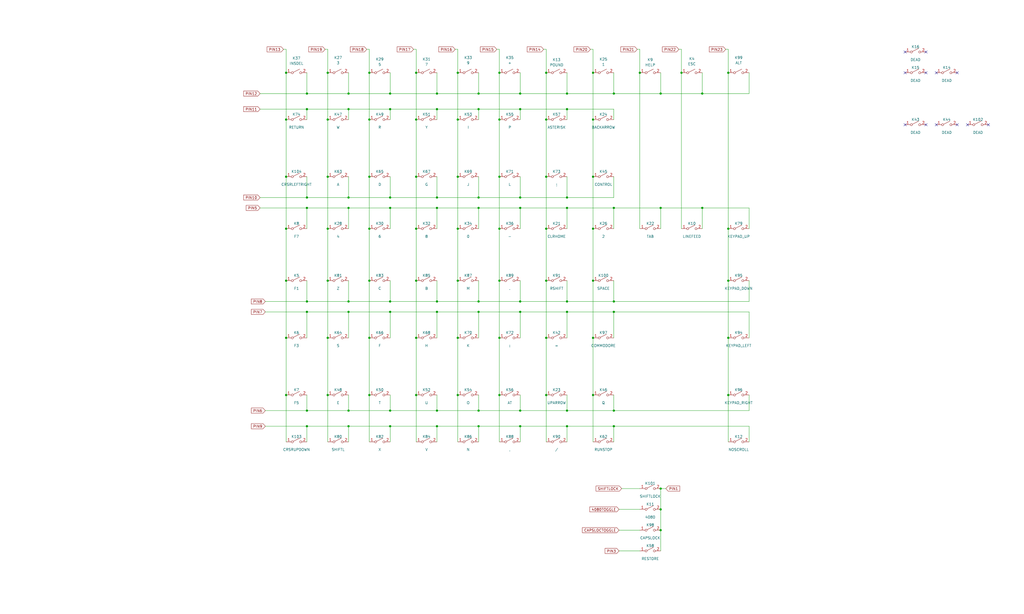
<source format=kicad_sch>
(kicad_sch (version 20230121) (generator eeschema)

  (uuid 150468c7-5cb9-4497-8775-73cfa2135d8f)

  (paper "User" 499.999 299.999)

  (title_block
    (title "C128-D KEYBOARD")
    (date "2024-09-08")
    (rev "0.9")
  )

  (lib_symbols
    (symbol "THT_Components:CHRY_MX" (pin_names (offset 0) hide) (in_bom yes) (on_board yes)
      (property "Reference" "K" (at 0 3.175 0)
        (effects (font (size 1.27 1.27)))
      )
      (property "Value" "CHRY_MX" (at 0 -2.54 0)
        (effects (font (size 1.27 1.27)))
      )
      (property "Footprint" "" (at 0 0 0)
        (effects (font (size 1.27 1.27)) hide)
      )
      (property "Datasheet" "" (at 0 0 0)
        (effects (font (size 1.27 1.27)) hide)
      )
      (symbol "CHRY_MX_0_0"
        (circle (center -2.032 0) (radius 0.508)
          (stroke (width 0) (type default))
          (fill (type none))
        )
        (polyline
          (pts
            (xy -1.524 0.254)
            (xy 1.524 1.778)
          )
          (stroke (width 0) (type default))
          (fill (type none))
        )
        (circle (center 2.032 0) (radius 0.508)
          (stroke (width 0) (type default))
          (fill (type none))
        )
      )
      (symbol "CHRY_MX_1_1"
        (pin passive line (at -5.08 0 0) (length 2.54)
          (name "A" (effects (font (size 1.27 1.27))))
          (number "1" (effects (font (size 1.27 1.27))))
        )
        (pin passive line (at 5.08 0 180) (length 2.54)
          (name "B" (effects (font (size 1.27 1.27))))
          (number "2" (effects (font (size 1.27 1.27))))
        )
      )
    )
  )

  (junction (at 266.7 111.76) (diameter 0) (color 0 0 0 0)
    (uuid 006b36e3-cb78-440a-bd27-e91a97377c16)
  )
  (junction (at 276.86 101.6) (diameter 0) (color 0 0 0 0)
    (uuid 0075d30a-98ef-4e82-892a-b59e6f0a726b)
  )
  (junction (at 203.2 58.42) (diameter 0) (color 0 0 0 0)
    (uuid 01529c60-7a8b-4a6d-a4ab-d14216221409)
  )
  (junction (at 180.34 35.56) (diameter 0) (color 0 0 0 0)
    (uuid 06e99339-fe22-4d1f-b256-2f594eefc2ed)
  )
  (junction (at 213.36 101.6) (diameter 0) (color 0 0 0 0)
    (uuid 09e6964d-6466-4430-a95b-22fadb8191e8)
  )
  (junction (at 170.18 101.6) (diameter 0) (color 0 0 0 0)
    (uuid 0a23b03f-e65d-4518-b6ce-69fdb4acf809)
  )
  (junction (at 213.36 53.34) (diameter 0) (color 0 0 0 0)
    (uuid 0a4e5b75-f0bb-4290-ae27-c89ecc1b0a7b)
  )
  (junction (at 139.7 137.16) (diameter 0) (color 0 0 0 0)
    (uuid 0ab5b0c3-bb1c-4f59-8b0e-bc436cd32ae3)
  )
  (junction (at 223.52 137.16) (diameter 0) (color 0 0 0 0)
    (uuid 0e833a0a-523c-400a-8418-9441f387b737)
  )
  (junction (at 180.34 111.76) (diameter 0) (color 0 0 0 0)
    (uuid 0fecfffa-d687-4f0a-810f-0122cfaad0cf)
  )
  (junction (at 190.5 101.6) (diameter 0) (color 0 0 0 0)
    (uuid 11dcfa2e-eeda-4033-b05e-9b837c5c380b)
  )
  (junction (at 160.02 165.1) (diameter 0) (color 0 0 0 0)
    (uuid 13a2db68-6fb8-43f0-a8cc-7deaaa3c334f)
  )
  (junction (at 322.58 238.76) (diameter 0) (color 0 0 0 0)
    (uuid 164e9651-6d68-4f1c-89b1-933bb9478686)
  )
  (junction (at 299.72 152.4) (diameter 0) (color 0 0 0 0)
    (uuid 1b789afa-7a4a-4c2a-a2e9-30cd2d1e2df7)
  )
  (junction (at 289.56 165.1) (diameter 0) (color 0 0 0 0)
    (uuid 1c7719ca-46d5-4dc4-8b2a-94e12d3633ab)
  )
  (junction (at 266.7 165.1) (diameter 0) (color 0 0 0 0)
    (uuid 1cdfcf6c-d341-4d77-a879-d4fd3d3b3e6d)
  )
  (junction (at 190.5 45.72) (diameter 0) (color 0 0 0 0)
    (uuid 221dacdf-7d4f-4061-b6ec-63b3d753caf7)
  )
  (junction (at 180.34 165.1) (diameter 0) (color 0 0 0 0)
    (uuid 226c837e-e6b9-444a-b72d-5a5f4b591843)
  )
  (junction (at 149.86 208.28) (diameter 0) (color 0 0 0 0)
    (uuid 27b8cf2c-fd55-4e06-a351-0296096be248)
  )
  (junction (at 213.36 147.32) (diameter 0) (color 0 0 0 0)
    (uuid 292485fc-f4d1-46d0-b18b-0579b5eb1daf)
  )
  (junction (at 276.86 96.52) (diameter 0) (color 0 0 0 0)
    (uuid 2aa0349c-ca64-4651-af5f-fcbeebfb0ac1)
  )
  (junction (at 254 45.72) (diameter 0) (color 0 0 0 0)
    (uuid 2bc45be3-3cb2-459a-bfb6-ac3121960002)
  )
  (junction (at 149.86 147.32) (diameter 0) (color 0 0 0 0)
    (uuid 2e90acef-a3bd-4f6a-a8c3-6743f24189e4)
  )
  (junction (at 299.72 45.72) (diameter 0) (color 0 0 0 0)
    (uuid 3014e327-70f6-4250-80f5-f2e46bf11e52)
  )
  (junction (at 203.2 165.1) (diameter 0) (color 0 0 0 0)
    (uuid 3355aa0d-3280-4101-b562-5bdd7c7ebb0f)
  )
  (junction (at 276.86 45.72) (diameter 0) (color 0 0 0 0)
    (uuid 3489a76e-094c-4618-9963-868ef907dc9b)
  )
  (junction (at 233.68 101.6) (diameter 0) (color 0 0 0 0)
    (uuid 357d06fd-d252-4225-9d45-15883e8cffd0)
  )
  (junction (at 160.02 58.42) (diameter 0) (color 0 0 0 0)
    (uuid 36146b72-40e7-4727-9488-b311b3f251d3)
  )
  (junction (at 170.18 45.72) (diameter 0) (color 0 0 0 0)
    (uuid 3671057a-bd01-4129-8874-1d594659f11f)
  )
  (junction (at 149.86 152.4) (diameter 0) (color 0 0 0 0)
    (uuid 38131ff8-9c6a-416f-9803-cd6c77e8012e)
  )
  (junction (at 322.58 101.6) (diameter 0) (color 0 0 0 0)
    (uuid 389966c5-7e7c-405c-8e7c-547c7fbba0d6)
  )
  (junction (at 160.02 111.76) (diameter 0) (color 0 0 0 0)
    (uuid 3aba6b81-04be-437c-a190-be19e269576f)
  )
  (junction (at 139.7 165.1) (diameter 0) (color 0 0 0 0)
    (uuid 3b1526dc-ffbc-46fd-84ed-8efa1cd472a0)
  )
  (junction (at 190.5 96.52) (diameter 0) (color 0 0 0 0)
    (uuid 3b256feb-28f0-4e41-aad1-0edf44cac7a6)
  )
  (junction (at 190.5 152.4) (diameter 0) (color 0 0 0 0)
    (uuid 3b9c75d6-47ba-4185-acc4-e937d5dfe484)
  )
  (junction (at 289.56 193.04) (diameter 0) (color 0 0 0 0)
    (uuid 3dbc290f-101a-4305-b06e-89a4d5bf7aae)
  )
  (junction (at 139.7 193.04) (diameter 0) (color 0 0 0 0)
    (uuid 41944b65-8812-49bb-8a49-96f02578d030)
  )
  (junction (at 180.34 193.04) (diameter 0) (color 0 0 0 0)
    (uuid 423a8ef6-45b8-47b7-836c-f29c705137df)
  )
  (junction (at 355.6 35.56) (diameter 0) (color 0 0 0 0)
    (uuid 42e3060b-93f0-4895-b439-d375ffdf84e3)
  )
  (junction (at 276.86 147.32) (diameter 0) (color 0 0 0 0)
    (uuid 43de2a52-ab85-4745-860b-ff19fc990911)
  )
  (junction (at 170.18 96.52) (diameter 0) (color 0 0 0 0)
    (uuid 47693985-d444-4236-a15a-ccc4bbd7c8a9)
  )
  (junction (at 213.36 200.66) (diameter 0) (color 0 0 0 0)
    (uuid 4a2ceda7-4ece-440b-a630-150c16949e82)
  )
  (junction (at 139.7 58.42) (diameter 0) (color 0 0 0 0)
    (uuid 524c458a-9e2c-49eb-9a28-e6fbd100e081)
  )
  (junction (at 312.42 35.56) (diameter 0) (color 0 0 0 0)
    (uuid 5502b344-f1d6-47c9-a3e3-b2358750c60b)
  )
  (junction (at 243.84 35.56) (diameter 0) (color 0 0 0 0)
    (uuid 56ef975c-fd05-49dd-b70e-5519155dc1d9)
  )
  (junction (at 213.36 208.28) (diameter 0) (color 0 0 0 0)
    (uuid 57188097-b458-4d48-88f5-0a7b45f672d4)
  )
  (junction (at 190.5 53.34) (diameter 0) (color 0 0 0 0)
    (uuid 5969a981-2dd6-4281-adb3-38765f667352)
  )
  (junction (at 190.5 147.32) (diameter 0) (color 0 0 0 0)
    (uuid 5a17b177-6865-4c21-942a-b775d7c105f4)
  )
  (junction (at 266.7 137.16) (diameter 0) (color 0 0 0 0)
    (uuid 5c566163-b484-4a6e-8deb-5a9ad8c3cf82)
  )
  (junction (at 254 53.34) (diameter 0) (color 0 0 0 0)
    (uuid 5d489c2d-31de-4dd1-9835-a9e6692d74d0)
  )
  (junction (at 139.7 111.76) (diameter 0) (color 0 0 0 0)
    (uuid 5dee8ba0-751b-4c48-b468-1a39b0aef31f)
  )
  (junction (at 342.9 45.72) (diameter 0) (color 0 0 0 0)
    (uuid 5df5dc2f-0f88-4107-8434-c90dac797201)
  )
  (junction (at 299.72 200.66) (diameter 0) (color 0 0 0 0)
    (uuid 5e832c2f-072d-475f-bacd-6c1f28941149)
  )
  (junction (at 213.36 45.72) (diameter 0) (color 0 0 0 0)
    (uuid 5f00dbfb-9c5e-43aa-b314-0a8f0c7b951b)
  )
  (junction (at 289.56 58.42) (diameter 0) (color 0 0 0 0)
    (uuid 672e7258-7b78-478f-a62f-d8efe56ea179)
  )
  (junction (at 170.18 152.4) (diameter 0) (color 0 0 0 0)
    (uuid 684806e3-9cf6-4040-b33b-7fc983dd9ca3)
  )
  (junction (at 332.74 35.56) (diameter 0) (color 0 0 0 0)
    (uuid 6a83c12b-be40-4326-a902-3ef8b3e4dccf)
  )
  (junction (at 203.2 193.04) (diameter 0) (color 0 0 0 0)
    (uuid 6d0e48a3-7d02-4345-a282-529321074014)
  )
  (junction (at 213.36 96.52) (diameter 0) (color 0 0 0 0)
    (uuid 70b923a8-8418-4fda-b911-23002d50368a)
  )
  (junction (at 233.68 53.34) (diameter 0) (color 0 0 0 0)
    (uuid 736fd226-4c8d-4664-95f2-3c514ddb4e61)
  )
  (junction (at 355.6 165.1) (diameter 0) (color 0 0 0 0)
    (uuid 7a41979b-c26d-4579-9854-e819908b382a)
  )
  (junction (at 299.72 101.6) (diameter 0) (color 0 0 0 0)
    (uuid 7d050d26-ced7-4ce2-968a-b0f32dd7967f)
  )
  (junction (at 276.86 200.66) (diameter 0) (color 0 0 0 0)
    (uuid 8248adb8-f7a4-409a-966e-74b414789687)
  )
  (junction (at 233.68 200.66) (diameter 0) (color 0 0 0 0)
    (uuid 8285a208-4945-4657-8936-150db467f5ab)
  )
  (junction (at 233.68 96.52) (diameter 0) (color 0 0 0 0)
    (uuid 889947bc-ca50-4ecf-857e-150fd282b217)
  )
  (junction (at 149.86 45.72) (diameter 0) (color 0 0 0 0)
    (uuid 8c4e5a60-a928-4da5-bca1-d2e131ac1d70)
  )
  (junction (at 213.36 152.4) (diameter 0) (color 0 0 0 0)
    (uuid 8c910ee5-f4eb-48ec-904e-cad180f343ee)
  )
  (junction (at 276.86 152.4) (diameter 0) (color 0 0 0 0)
    (uuid 8d807619-8907-4364-9cf6-1e5f45399651)
  )
  (junction (at 223.52 165.1) (diameter 0) (color 0 0 0 0)
    (uuid 8e7249a4-0a1c-450e-9f49-f5511ab9e0d0)
  )
  (junction (at 266.7 58.42) (diameter 0) (color 0 0 0 0)
    (uuid 9099b27d-8bfd-444e-bb6b-c76dd623fc1a)
  )
  (junction (at 170.18 200.66) (diameter 0) (color 0 0 0 0)
    (uuid 947ce739-075b-4c08-a807-7aae59034050)
  )
  (junction (at 223.52 58.42) (diameter 0) (color 0 0 0 0)
    (uuid 97695b02-1963-4846-ba7d-3f53931c06cd)
  )
  (junction (at 190.5 208.28) (diameter 0) (color 0 0 0 0)
    (uuid 992df4a5-379e-48d6-8dce-d4952189ab52)
  )
  (junction (at 149.86 53.34) (diameter 0) (color 0 0 0 0)
    (uuid 99f0d7b0-b925-4110-936f-d80e376bc16d)
  )
  (junction (at 223.52 193.04) (diameter 0) (color 0 0 0 0)
    (uuid 9a89b5db-d9fb-49c8-bee1-69942f32596d)
  )
  (junction (at 139.7 35.56) (diameter 0) (color 0 0 0 0)
    (uuid 9addcb13-8b1c-4c0f-931e-babd28c9eccb)
  )
  (junction (at 170.18 53.34) (diameter 0) (color 0 0 0 0)
    (uuid 9cc3d53b-fea8-46b6-96c1-48c7d6b71cae)
  )
  (junction (at 355.6 137.16) (diameter 0) (color 0 0 0 0)
    (uuid 9dddb211-1b8f-4811-9fdc-4accc96d775d)
  )
  (junction (at 170.18 147.32) (diameter 0) (color 0 0 0 0)
    (uuid 9e745784-3398-4b3a-a980-d3a98af990f7)
  )
  (junction (at 322.58 259.08) (diameter 0) (color 0 0 0 0)
    (uuid a05547da-83a4-4a8d-ae8f-fe985cf78a88)
  )
  (junction (at 266.7 193.04) (diameter 0) (color 0 0 0 0)
    (uuid a150dbb4-d80a-45de-99c3-8137db915b87)
  )
  (junction (at 180.34 58.42) (diameter 0) (color 0 0 0 0)
    (uuid a1931485-0009-4938-a542-f447c2ed41ae)
  )
  (junction (at 254 101.6) (diameter 0) (color 0 0 0 0)
    (uuid a3d05493-6814-4a6e-8c6e-c9afbfffcf5d)
  )
  (junction (at 289.56 137.16) (diameter 0) (color 0 0 0 0)
    (uuid a549a315-dea4-490e-a696-df91adb2635f)
  )
  (junction (at 203.2 35.56) (diameter 0) (color 0 0 0 0)
    (uuid a56085a2-daac-4e30-9fe0-fde507b28060)
  )
  (junction (at 160.02 86.36) (diameter 0) (color 0 0 0 0)
    (uuid a6b563e9-9358-4d7f-bbe5-e23bd571f002)
  )
  (junction (at 149.86 101.6) (diameter 0) (color 0 0 0 0)
    (uuid a76b1681-b7b8-4550-b2e1-796635006e2c)
  )
  (junction (at 355.6 111.76) (diameter 0) (color 0 0 0 0)
    (uuid a9142ae4-12af-444c-a647-6587198dc9c4)
  )
  (junction (at 233.68 208.28) (diameter 0) (color 0 0 0 0)
    (uuid a967480b-537e-4e34-b417-65d67b086efd)
  )
  (junction (at 254 147.32) (diameter 0) (color 0 0 0 0)
    (uuid aaad9b68-b566-4af8-bbd5-8380aa1ff61e)
  )
  (junction (at 170.18 208.28) (diameter 0) (color 0 0 0 0)
    (uuid aab6b3c9-8de6-45e5-9c9a-851aa2f17c14)
  )
  (junction (at 233.68 45.72) (diameter 0) (color 0 0 0 0)
    (uuid aca96d03-7dfa-4976-8477-13ea7a1f77af)
  )
  (junction (at 243.84 86.36) (diameter 0) (color 0 0 0 0)
    (uuid b08bf87f-90f2-4ac9-8fc1-a009f0c78833)
  )
  (junction (at 223.52 35.56) (diameter 0) (color 0 0 0 0)
    (uuid b25f969f-1cde-48f6-8609-59dd61a65020)
  )
  (junction (at 254 152.4) (diameter 0) (color 0 0 0 0)
    (uuid b4276981-1506-423b-b702-595505a71d58)
  )
  (junction (at 289.56 35.56) (diameter 0) (color 0 0 0 0)
    (uuid bb274030-cb2f-45f8-93e7-026406e5105b)
  )
  (junction (at 203.2 86.36) (diameter 0) (color 0 0 0 0)
    (uuid bf3857d6-af88-4b81-b5e4-527cef0e9910)
  )
  (junction (at 243.84 193.04) (diameter 0) (color 0 0 0 0)
    (uuid c1cb7c2e-6eac-43db-92f9-b4b1796e2ebf)
  )
  (junction (at 322.58 248.92) (diameter 0) (color 0 0 0 0)
    (uuid c1ee839c-5ea3-4ccb-85f6-8554af948068)
  )
  (junction (at 180.34 137.16) (diameter 0) (color 0 0 0 0)
    (uuid c3cf8d61-65df-4df1-b6b8-dac403917e2a)
  )
  (junction (at 160.02 193.04) (diameter 0) (color 0 0 0 0)
    (uuid c55cf7a2-c482-4c18-9147-e653de516783)
  )
  (junction (at 355.6 193.04) (diameter 0) (color 0 0 0 0)
    (uuid c58c7b9b-f66a-4ecf-9be6-9daca5484929)
  )
  (junction (at 243.84 165.1) (diameter 0) (color 0 0 0 0)
    (uuid c948406b-c554-440f-9f4f-ce12b6326d08)
  )
  (junction (at 254 96.52) (diameter 0) (color 0 0 0 0)
    (uuid cd641627-6373-4971-a204-0b4ea194c0a2)
  )
  (junction (at 299.72 208.28) (diameter 0) (color 0 0 0 0)
    (uuid cd69b555-8f67-4273-9475-220895168633)
  )
  (junction (at 139.7 86.36) (diameter 0) (color 0 0 0 0)
    (uuid ce40b8d2-699e-416d-9a6e-f4eb6fe5d5af)
  )
  (junction (at 180.34 86.36) (diameter 0) (color 0 0 0 0)
    (uuid ced33662-f366-4fd8-a81b-cae4c4864e9b)
  )
  (junction (at 223.52 111.76) (diameter 0) (color 0 0 0 0)
    (uuid cee383d5-81d1-4266-8c3d-c4508525fd28)
  )
  (junction (at 160.02 137.16) (diameter 0) (color 0 0 0 0)
    (uuid cf1a3f89-8879-47e4-90c0-02a9f99d1295)
  )
  (junction (at 342.9 101.6) (diameter 0) (color 0 0 0 0)
    (uuid cf9c019f-e919-4810-b37f-a150c98522f3)
  )
  (junction (at 266.7 86.36) (diameter 0) (color 0 0 0 0)
    (uuid d075cf85-6471-4f83-b2d3-3be2fb0ae776)
  )
  (junction (at 243.84 111.76) (diameter 0) (color 0 0 0 0)
    (uuid d10daf43-e4cb-4d2f-b352-aca2245c5ed2)
  )
  (junction (at 223.52 86.36) (diameter 0) (color 0 0 0 0)
    (uuid d20a914b-3f17-45c4-b6a7-2e42daa9a6f9)
  )
  (junction (at 254 200.66) (diameter 0) (color 0 0 0 0)
    (uuid d4c309fa-b0ad-49b6-a80c-26774503780c)
  )
  (junction (at 299.72 147.32) (diameter 0) (color 0 0 0 0)
    (uuid d65fa629-4309-4427-96ef-89417ab9aa0e)
  )
  (junction (at 276.86 208.28) (diameter 0) (color 0 0 0 0)
    (uuid d765afdd-109b-4ceb-ad20-91d924d8a94f)
  )
  (junction (at 322.58 45.72) (diameter 0) (color 0 0 0 0)
    (uuid da3a9813-3567-492f-a04c-394e40380781)
  )
  (junction (at 203.2 111.76) (diameter 0) (color 0 0 0 0)
    (uuid dafec5bb-d976-47bc-841e-68a3df062e33)
  )
  (junction (at 190.5 200.66) (diameter 0) (color 0 0 0 0)
    (uuid de920cb9-2a85-4d9a-808f-5422e0b91565)
  )
  (junction (at 289.56 111.76) (diameter 0) (color 0 0 0 0)
    (uuid e71f41d8-a294-44db-9759-9961a3a1b280)
  )
  (junction (at 289.56 86.36) (diameter 0) (color 0 0 0 0)
    (uuid e85f073f-62ad-4f97-ad4a-3fdf3072489f)
  )
  (junction (at 243.84 58.42) (diameter 0) (color 0 0 0 0)
    (uuid ea2221ec-c0a8-4b3a-aee6-33d0880bd3a7)
  )
  (junction (at 276.86 53.34) (diameter 0) (color 0 0 0 0)
    (uuid eb3fca39-56c8-4862-a645-3427037db380)
  )
  (junction (at 149.86 96.52) (diameter 0) (color 0 0 0 0)
    (uuid eb591af0-0cd1-420e-8bd4-71a4bb2a8e87)
  )
  (junction (at 266.7 35.56) (diameter 0) (color 0 0 0 0)
    (uuid ede04f6f-9c71-4dd6-a7da-63b252ea98d1)
  )
  (junction (at 233.68 147.32) (diameter 0) (color 0 0 0 0)
    (uuid efdcec55-867f-4811-8e6e-776f5d84fea0)
  )
  (junction (at 233.68 152.4) (diameter 0) (color 0 0 0 0)
    (uuid f11e1202-106e-4f83-be8a-2702d50a2f56)
  )
  (junction (at 203.2 137.16) (diameter 0) (color 0 0 0 0)
    (uuid f5be6617-2cad-4c83-b3c8-b86dc3f71664)
  )
  (junction (at 254 208.28) (diameter 0) (color 0 0 0 0)
    (uuid fa1973fd-148f-4619-ad6e-e3293d461775)
  )
  (junction (at 243.84 137.16) (diameter 0) (color 0 0 0 0)
    (uuid fb29fcd6-4a75-4e4b-a3c5-1dc3b61594e3)
  )
  (junction (at 160.02 35.56) (diameter 0) (color 0 0 0 0)
    (uuid fd5a64f2-914a-42c7-86f6-c59b0094bd22)
  )
  (junction (at 149.86 200.66) (diameter 0) (color 0 0 0 0)
    (uuid ffa0c3e0-20db-4d8d-8728-6c6ec9d1c8f8)
  )

  (no_connect (at 452.12 25.4) (uuid 13557726-4811-42ae-bf6c-7019eaf044c0))
  (no_connect (at 457.2 60.96) (uuid 1f059bc2-2ea3-40f8-b3ec-675278a3e6fe))
  (no_connect (at 441.96 25.4) (uuid 4014ded8-7cae-4f3e-b947-dd4a3cb81bb5))
  (no_connect (at 441.96 35.56) (uuid 68da5806-367d-4dd8-88dc-15a6be80b965))
  (no_connect (at 467.36 35.56) (uuid 6c01ea8e-77f9-40d7-bb0d-b3bccd3c5605))
  (no_connect (at 482.6 60.96) (uuid 7cb23021-8ce9-45e1-bfb7-924fcb7b1c57))
  (no_connect (at 452.12 35.56) (uuid 85ffa128-9599-4080-812e-66095798759b))
  (no_connect (at 441.96 60.96) (uuid 8d0bda15-3309-4adf-8bbb-d74b9df8984b))
  (no_connect (at 467.36 60.96) (uuid b7775720-ece6-474f-bb4d-7c5311a83cf2))
  (no_connect (at 472.44 60.96) (uuid c1a22dac-e68f-4470-b027-6692e8669fbe))
  (no_connect (at 457.2 35.56) (uuid d64ee1f2-658d-465a-98b9-5cb3fb1431bf))
  (no_connect (at 452.12 60.96) (uuid d9a802dd-faf8-4e81-a28f-969c47e5c157))

  (wire (pts (xy 233.68 53.34) (xy 233.68 58.42))
    (stroke (width 0) (type default))
    (uuid 0064b372-5715-41f9-b942-3fdcb278fe8e)
  )
  (wire (pts (xy 213.36 101.6) (xy 233.68 101.6))
    (stroke (width 0) (type default))
    (uuid 00a99ee1-70df-4a5e-a2b0-c4d9b329c0dd)
  )
  (wire (pts (xy 190.5 101.6) (xy 190.5 111.76))
    (stroke (width 0) (type default))
    (uuid 0163eb00-6aac-4969-abf3-6cd13d80a570)
  )
  (wire (pts (xy 149.86 53.34) (xy 127 53.34))
    (stroke (width 0) (type default))
    (uuid 0196a2b8-7ac4-4b7f-973d-40d636571078)
  )
  (wire (pts (xy 213.36 53.34) (xy 213.36 58.42))
    (stroke (width 0) (type default))
    (uuid 035d4152-b2f6-4f72-a872-1404e660e2d5)
  )
  (wire (pts (xy 243.84 111.76) (xy 243.84 137.16))
    (stroke (width 0) (type default))
    (uuid 03b3f77e-89c6-4d23-9ee3-bbf09bb26642)
  )
  (wire (pts (xy 299.72 53.34) (xy 299.72 58.42))
    (stroke (width 0) (type default))
    (uuid 0455b42d-7325-4a37-9f9e-4530f1553586)
  )
  (wire (pts (xy 303.53 238.76) (xy 312.42 238.76))
    (stroke (width 0) (type default))
    (uuid 049c8bef-0eeb-4111-88ac-f410e4230a4f)
  )
  (wire (pts (xy 170.18 53.34) (xy 170.18 58.42))
    (stroke (width 0) (type default))
    (uuid 05db4921-1cfb-4e83-b80e-3a4be2beff44)
  )
  (wire (pts (xy 233.68 152.4) (xy 213.36 152.4))
    (stroke (width 0) (type default))
    (uuid 0712a972-9576-49ec-9060-e5e684e7171a)
  )
  (wire (pts (xy 223.52 193.04) (xy 223.52 215.9))
    (stroke (width 0) (type default))
    (uuid 07d0b7ef-9a34-4ebd-9ecc-665de64226af)
  )
  (wire (pts (xy 299.72 35.56) (xy 299.72 45.72))
    (stroke (width 0) (type default))
    (uuid 08646b8a-8950-4e31-a5ec-0c460d2a2d92)
  )
  (wire (pts (xy 254 193.04) (xy 254 200.66))
    (stroke (width 0) (type default))
    (uuid 0889f90e-c865-4ad3-be18-30bf84a93a0e)
  )
  (wire (pts (xy 213.36 45.72) (xy 233.68 45.72))
    (stroke (width 0) (type default))
    (uuid 09895608-aa47-4b55-b7c2-74a42e4a8ca1)
  )
  (wire (pts (xy 355.6 137.16) (xy 355.6 165.1))
    (stroke (width 0) (type default))
    (uuid 09953dfe-958b-4ff8-a286-e062ff79b163)
  )
  (wire (pts (xy 276.86 53.34) (xy 254 53.34))
    (stroke (width 0) (type default))
    (uuid 0a8f0942-b832-42fa-80b0-21bc815de551)
  )
  (wire (pts (xy 299.72 208.28) (xy 365.76 208.28))
    (stroke (width 0) (type default))
    (uuid 0b47f7fa-2707-44cf-be75-109cf323a1e3)
  )
  (wire (pts (xy 266.7 86.36) (xy 266.7 111.76))
    (stroke (width 0) (type default))
    (uuid 0c110443-1b4a-423c-a955-74f80533553e)
  )
  (wire (pts (xy 365.76 101.6) (xy 365.76 111.76))
    (stroke (width 0) (type default))
    (uuid 0e774352-b96b-4129-9b3f-df53cf4d2c13)
  )
  (wire (pts (xy 201.93 24.13) (xy 203.2 24.13))
    (stroke (width 0) (type default))
    (uuid 0f4acbc4-0297-4c19-93f2-8b8abcc5dbcd)
  )
  (wire (pts (xy 289.56 58.42) (xy 289.56 86.36))
    (stroke (width 0) (type default))
    (uuid 0f8a956f-133c-4015-8f69-b07d77a76ebd)
  )
  (wire (pts (xy 179.07 24.13) (xy 180.34 24.13))
    (stroke (width 0) (type default))
    (uuid 0fededd7-d38b-4e10-94cb-f638ed6406fa)
  )
  (wire (pts (xy 322.58 101.6) (xy 342.9 101.6))
    (stroke (width 0) (type default))
    (uuid 10cc8e50-d95d-4fcb-a74c-ad1ecb6c9d97)
  )
  (wire (pts (xy 170.18 137.16) (xy 170.18 147.32))
    (stroke (width 0) (type default))
    (uuid 111d91f9-1ac3-4f11-8f48-618b3186041f)
  )
  (wire (pts (xy 289.56 111.76) (xy 289.56 137.16))
    (stroke (width 0) (type default))
    (uuid 1373dd51-1a05-4ce0-ae8a-f9a8493cb62d)
  )
  (wire (pts (xy 149.86 200.66) (xy 170.18 200.66))
    (stroke (width 0) (type default))
    (uuid 1474a824-9665-40e1-bb47-5f72a8cd7150)
  )
  (wire (pts (xy 213.36 152.4) (xy 190.5 152.4))
    (stroke (width 0) (type default))
    (uuid 14d6cf67-560d-4037-9e96-36cbf40d4e8c)
  )
  (wire (pts (xy 254 200.66) (xy 276.86 200.66))
    (stroke (width 0) (type default))
    (uuid 15aad347-f034-4699-a501-f94df0522451)
  )
  (wire (pts (xy 127 45.72) (xy 149.86 45.72))
    (stroke (width 0) (type default))
    (uuid 16fad283-7712-47f9-ba92-20de119fea50)
  )
  (wire (pts (xy 233.68 208.28) (xy 254 208.28))
    (stroke (width 0) (type default))
    (uuid 1759f4a4-e64d-4e36-8234-e8ddc2f7c78e)
  )
  (wire (pts (xy 322.58 248.92) (xy 322.58 238.76))
    (stroke (width 0) (type default))
    (uuid 176406e0-b43e-4661-9341-23e1300d7ba6)
  )
  (wire (pts (xy 299.72 53.34) (xy 276.86 53.34))
    (stroke (width 0) (type default))
    (uuid 176e9394-2464-4f6b-96f2-b9cae3d71312)
  )
  (wire (pts (xy 276.86 86.36) (xy 276.86 96.52))
    (stroke (width 0) (type default))
    (uuid 17c2f3a7-99de-4830-8b54-62ea85c7b56a)
  )
  (wire (pts (xy 276.86 53.34) (xy 276.86 58.42))
    (stroke (width 0) (type default))
    (uuid 17c41536-6dcf-49bf-bc72-14ce8e4a5656)
  )
  (wire (pts (xy 289.56 165.1) (xy 289.56 193.04))
    (stroke (width 0) (type default))
    (uuid 192df11a-0e2b-460b-8cef-8c0a14eb91b7)
  )
  (wire (pts (xy 160.02 58.42) (xy 160.02 86.36))
    (stroke (width 0) (type default))
    (uuid 1bb2c052-68b7-4052-aca9-e79782d43348)
  )
  (wire (pts (xy 180.34 35.56) (xy 180.34 24.13))
    (stroke (width 0) (type default))
    (uuid 1cb8dee0-6380-453d-974d-d3b43b918cd9)
  )
  (wire (pts (xy 190.5 45.72) (xy 213.36 45.72))
    (stroke (width 0) (type default))
    (uuid 1d0e2c00-cc18-4a69-97dd-a36ea2098090)
  )
  (wire (pts (xy 170.18 152.4) (xy 149.86 152.4))
    (stroke (width 0) (type default))
    (uuid 1dbb720a-e5c1-4713-9215-aa307d9659d1)
  )
  (wire (pts (xy 203.2 35.56) (xy 203.2 58.42))
    (stroke (width 0) (type default))
    (uuid 1e82630e-08e9-4484-9b9b-cd67e8e25417)
  )
  (wire (pts (xy 299.72 101.6) (xy 322.58 101.6))
    (stroke (width 0) (type default))
    (uuid 1eea31dc-9d97-4edf-bf47-19456d258a82)
  )
  (wire (pts (xy 254 86.36) (xy 254 96.52))
    (stroke (width 0) (type default))
    (uuid 1ff1e691-0821-4a30-b272-def9197d9587)
  )
  (wire (pts (xy 276.86 35.56) (xy 276.86 45.72))
    (stroke (width 0) (type default))
    (uuid 2317e355-a30a-48d0-af59-f6e4236d586e)
  )
  (wire (pts (xy 299.72 152.4) (xy 365.76 152.4))
    (stroke (width 0) (type default))
    (uuid 23ff052e-8e1a-47fb-89bf-b25a5e54e0c7)
  )
  (wire (pts (xy 254 101.6) (xy 276.86 101.6))
    (stroke (width 0) (type default))
    (uuid 243b7e4e-3518-4d64-989e-778ee6b600e8)
  )
  (wire (pts (xy 190.5 193.04) (xy 190.5 200.66))
    (stroke (width 0) (type default))
    (uuid 25b06531-d089-494e-9c2f-e5306ebac9e9)
  )
  (wire (pts (xy 233.68 35.56) (xy 233.68 45.72))
    (stroke (width 0) (type default))
    (uuid 2654a76e-831b-4668-85a6-c1d11e198be0)
  )
  (wire (pts (xy 233.68 147.32) (xy 254 147.32))
    (stroke (width 0) (type default))
    (uuid 2a30d58f-36f8-4221-a40b-a9a80b5a8841)
  )
  (wire (pts (xy 180.34 35.56) (xy 180.34 58.42))
    (stroke (width 0) (type default))
    (uuid 2b2c7052-7c6f-4b63-9184-07c66460f3f3)
  )
  (wire (pts (xy 149.86 53.34) (xy 149.86 58.42))
    (stroke (width 0) (type default))
    (uuid 2b75c611-38f0-4dbb-a244-e888cf1c4861)
  )
  (wire (pts (xy 276.86 147.32) (xy 299.72 147.32))
    (stroke (width 0) (type default))
    (uuid 2beed812-915c-456e-a778-edbf49a0f68f)
  )
  (wire (pts (xy 243.84 137.16) (xy 243.84 165.1))
    (stroke (width 0) (type default))
    (uuid 2d286857-efbc-47b6-bc37-0b95601618b5)
  )
  (wire (pts (xy 149.86 45.72) (xy 170.18 45.72))
    (stroke (width 0) (type default))
    (uuid 3123d534-a5a9-4d08-b328-ea385b2d4821)
  )
  (wire (pts (xy 190.5 208.28) (xy 213.36 208.28))
    (stroke (width 0) (type default))
    (uuid 31f5b0f4-fe9a-4ed0-813d-32eb23e647c6)
  )
  (wire (pts (xy 190.5 53.34) (xy 170.18 53.34))
    (stroke (width 0) (type default))
    (uuid 32c2acfe-a7d1-49b4-9b8a-ed2a1726c2fc)
  )
  (wire (pts (xy 355.6 35.56) (xy 355.6 111.76))
    (stroke (width 0) (type default))
    (uuid 33e17a34-d072-4635-b2d8-aad09aa38028)
  )
  (wire (pts (xy 243.84 86.36) (xy 243.84 111.76))
    (stroke (width 0) (type default))
    (uuid 34dfedd3-71f7-4806-bc4e-11fc2a54154f)
  )
  (wire (pts (xy 299.72 193.04) (xy 299.72 200.66))
    (stroke (width 0) (type default))
    (uuid 34f0769e-35f4-4f00-9ac3-5e1d0f72e3f1)
  )
  (wire (pts (xy 190.5 152.4) (xy 190.5 165.1))
    (stroke (width 0) (type default))
    (uuid 35f05e16-23b6-4d0b-9ce9-b17fad2488bb)
  )
  (wire (pts (xy 190.5 137.16) (xy 190.5 147.32))
    (stroke (width 0) (type default))
    (uuid 3735b19a-4a1b-4604-a935-8e480a09ef93)
  )
  (wire (pts (xy 312.42 35.56) (xy 312.42 24.13))
    (stroke (width 0) (type default))
    (uuid 3b6c4a61-60e4-401d-be27-b712538e6d84)
  )
  (wire (pts (xy 254 208.28) (xy 254 215.9))
    (stroke (width 0) (type default))
    (uuid 3c2d6680-f4a7-4d6e-91f2-54f8c2864971)
  )
  (wire (pts (xy 138.43 24.13) (xy 139.7 24.13))
    (stroke (width 0) (type default))
    (uuid 3c2f5e88-0bfc-435b-9bdf-e736425a5b3d)
  )
  (wire (pts (xy 299.72 147.32) (xy 365.76 147.32))
    (stroke (width 0) (type default))
    (uuid 3e2482e1-1765-4c94-bbda-31c5c82faafa)
  )
  (wire (pts (xy 365.76 152.4) (xy 365.76 165.1))
    (stroke (width 0) (type default))
    (uuid 3e64b12c-ba12-42cd-9029-3ddd55f8f010)
  )
  (wire (pts (xy 213.36 152.4) (xy 213.36 165.1))
    (stroke (width 0) (type default))
    (uuid 401d05a5-c6de-49fb-a6c7-914f0b103a73)
  )
  (wire (pts (xy 322.58 238.76) (xy 325.12 238.76))
    (stroke (width 0) (type default))
    (uuid 409b9752-591a-4d81-82eb-2d98997d1f5a)
  )
  (wire (pts (xy 170.18 96.52) (xy 190.5 96.52))
    (stroke (width 0) (type default))
    (uuid 427e2533-30c5-4201-935a-58ccca2ef504)
  )
  (wire (pts (xy 213.36 101.6) (xy 213.36 111.76))
    (stroke (width 0) (type default))
    (uuid 42e742b8-e6e2-4ef0-b9d5-fe91a15292ce)
  )
  (wire (pts (xy 266.7 137.16) (xy 266.7 165.1))
    (stroke (width 0) (type default))
    (uuid 46a1e2b2-a821-4768-adfb-f8d9a3445e33)
  )
  (wire (pts (xy 342.9 101.6) (xy 342.9 111.76))
    (stroke (width 0) (type default))
    (uuid 484dfa6a-5ddc-4f78-b656-604837c580a9)
  )
  (wire (pts (xy 365.76 208.28) (xy 365.76 215.9))
    (stroke (width 0) (type default))
    (uuid 48b645b4-26a8-45b5-8bc6-02f3ff3d0f01)
  )
  (wire (pts (xy 302.26 248.92) (xy 312.42 248.92))
    (stroke (width 0) (type default))
    (uuid 4946ffac-ced7-4f3c-9aa1-f2cf8ec2d3e0)
  )
  (wire (pts (xy 213.36 208.28) (xy 233.68 208.28))
    (stroke (width 0) (type default))
    (uuid 49820af2-7fe2-4a39-a95f-57574c58a8f1)
  )
  (wire (pts (xy 299.72 152.4) (xy 299.72 165.1))
    (stroke (width 0) (type default))
    (uuid 4995dc67-0475-40ea-9ac9-17e27b419012)
  )
  (wire (pts (xy 160.02 35.56) (xy 160.02 24.13))
    (stroke (width 0) (type default))
    (uuid 4cd8762b-42aa-4e25-8ce6-fa975f48f32e)
  )
  (wire (pts (xy 254 208.28) (xy 276.86 208.28))
    (stroke (width 0) (type default))
    (uuid 4ea0619e-7bc0-4cfd-8c7e-3d5f6d9bd1ab)
  )
  (wire (pts (xy 190.5 200.66) (xy 213.36 200.66))
    (stroke (width 0) (type default))
    (uuid 4edb5b55-9b40-4b15-b81d-438daf6c1a42)
  )
  (wire (pts (xy 254 101.6) (xy 254 111.76))
    (stroke (width 0) (type default))
    (uuid 4edc157b-08fe-48d8-a5a4-dbfb9334e8e5)
  )
  (wire (pts (xy 233.68 200.66) (xy 254 200.66))
    (stroke (width 0) (type default))
    (uuid 52cee398-c011-4f9a-891b-cc500aa614a0)
  )
  (wire (pts (xy 180.34 86.36) (xy 180.34 111.76))
    (stroke (width 0) (type default))
    (uuid 52f933a1-f13d-40a1-b1c6-83a64c2742f5)
  )
  (wire (pts (xy 254 96.52) (xy 276.86 96.52))
    (stroke (width 0) (type default))
    (uuid 53395cc9-4bf7-422f-8bf1-2f093838a3b0)
  )
  (wire (pts (xy 299.72 137.16) (xy 299.72 147.32))
    (stroke (width 0) (type default))
    (uuid 53a1dd57-fccb-478e-aae7-feaa5ddeebc4)
  )
  (wire (pts (xy 322.58 248.92) (xy 322.58 259.08))
    (stroke (width 0) (type default))
    (uuid 55cea094-c96d-4e76-94b0-7ba854bc4897)
  )
  (wire (pts (xy 149.86 86.36) (xy 149.86 96.52))
    (stroke (width 0) (type default))
    (uuid 5610a9c3-7928-4ebc-831b-9b6c1df1c5ca)
  )
  (wire (pts (xy 139.7 35.56) (xy 139.7 58.42))
    (stroke (width 0) (type default))
    (uuid 56552034-f784-4adf-8d65-ff09239681ec)
  )
  (wire (pts (xy 355.6 165.1) (xy 355.6 193.04))
    (stroke (width 0) (type default))
    (uuid 567729b0-2f88-4a8f-824d-f83fca1393e1)
  )
  (wire (pts (xy 254 53.34) (xy 233.68 53.34))
    (stroke (width 0) (type default))
    (uuid 5832e9a7-e9ac-429b-a39e-016a4903e5fb)
  )
  (wire (pts (xy 322.58 101.6) (xy 322.58 111.76))
    (stroke (width 0) (type default))
    (uuid 58e0b0cf-e4b9-4039-9bb8-2df34a8c0550)
  )
  (wire (pts (xy 190.5 96.52) (xy 213.36 96.52))
    (stroke (width 0) (type default))
    (uuid 595d5c32-8eea-4016-ac22-c777a508d59c)
  )
  (wire (pts (xy 254 137.16) (xy 254 147.32))
    (stroke (width 0) (type default))
    (uuid 5c132070-f49a-46f1-91de-f0c839418e3d)
  )
  (wire (pts (xy 243.84 35.56) (xy 243.84 58.42))
    (stroke (width 0) (type default))
    (uuid 5f90590f-25d8-486e-9745-3730e680cda1)
  )
  (wire (pts (xy 180.34 58.42) (xy 180.34 86.36))
    (stroke (width 0) (type default))
    (uuid 61c58fdf-f753-4985-9ab3-84ba63c85979)
  )
  (wire (pts (xy 170.18 101.6) (xy 190.5 101.6))
    (stroke (width 0) (type default))
    (uuid 6208e429-2872-4b9e-92cc-b97ea2880ad3)
  )
  (wire (pts (xy 233.68 86.36) (xy 233.68 96.52))
    (stroke (width 0) (type default))
    (uuid 63bc07aa-a6a5-42a9-a7df-b983f08273f9)
  )
  (wire (pts (xy 223.52 165.1) (xy 223.52 193.04))
    (stroke (width 0) (type default))
    (uuid 65ee473c-e669-4b6d-a490-d70347ae7522)
  )
  (wire (pts (xy 149.86 101.6) (xy 149.86 111.76))
    (stroke (width 0) (type default))
    (uuid 66096670-28a9-4661-8731-7d60fed64fca)
  )
  (wire (pts (xy 355.6 111.76) (xy 355.6 137.16))
    (stroke (width 0) (type default))
    (uuid 6669f1ac-fdcb-4e91-96a0-b6f3ef9145ef)
  )
  (wire (pts (xy 299.72 86.36) (xy 299.72 96.52))
    (stroke (width 0) (type default))
    (uuid 67e224bb-43dd-4270-bc37-fa49e78bfde5)
  )
  (wire (pts (xy 190.5 147.32) (xy 213.36 147.32))
    (stroke (width 0) (type default))
    (uuid 67e9ab2f-216b-436d-be7d-036955036db7)
  )
  (wire (pts (xy 149.86 152.4) (xy 149.86 165.1))
    (stroke (width 0) (type default))
    (uuid 698505d2-e5db-4a77-8e34-45651d0672ef)
  )
  (wire (pts (xy 190.5 86.36) (xy 190.5 96.52))
    (stroke (width 0) (type default))
    (uuid 698b7431-e626-4fa0-9fcc-394cad1acc8f)
  )
  (wire (pts (xy 190.5 101.6) (xy 213.36 101.6))
    (stroke (width 0) (type default))
    (uuid 6a1edb09-d41e-4f8e-bdb3-c3b2c465af34)
  )
  (wire (pts (xy 213.36 193.04) (xy 213.36 200.66))
    (stroke (width 0) (type default))
    (uuid 6af43171-e888-4c3d-85bb-0fe0834103f9)
  )
  (wire (pts (xy 311.15 24.13) (xy 312.42 24.13))
    (stroke (width 0) (type default))
    (uuid 6b10aff9-3e7a-4bcc-a8c9-602da9d96ee7)
  )
  (wire (pts (xy 266.7 193.04) (xy 266.7 215.9))
    (stroke (width 0) (type default))
    (uuid 6be33810-49de-4b70-9224-6aa99c59a39f)
  )
  (wire (pts (xy 254 35.56) (xy 254 45.72))
    (stroke (width 0) (type default))
    (uuid 6c01018a-35ad-4235-89cf-192079fa8bdb)
  )
  (wire (pts (xy 223.52 35.56) (xy 223.52 24.13))
    (stroke (width 0) (type default))
    (uuid 6c7f16b4-86ab-4ff5-887e-63ccc7a3bb3a)
  )
  (wire (pts (xy 233.68 101.6) (xy 233.68 111.76))
    (stroke (width 0) (type default))
    (uuid 6cc40494-54cb-41f9-8546-9c4a33d4f9cf)
  )
  (wire (pts (xy 213.36 96.52) (xy 233.68 96.52))
    (stroke (width 0) (type default))
    (uuid 6ce58b9f-2e61-4ac7-a4f1-beb5c2ac148a)
  )
  (wire (pts (xy 302.26 269.24) (xy 312.42 269.24))
    (stroke (width 0) (type default))
    (uuid 6db9c0b1-f48e-4aa1-b59f-aee6007ea7bf)
  )
  (wire (pts (xy 254 147.32) (xy 276.86 147.32))
    (stroke (width 0) (type default))
    (uuid 70ce704c-8a8b-4836-85f2-a04705ef7802)
  )
  (wire (pts (xy 213.36 86.36) (xy 213.36 96.52))
    (stroke (width 0) (type default))
    (uuid 71de30de-5316-4c62-8197-c6cc4c45d586)
  )
  (wire (pts (xy 276.86 137.16) (xy 276.86 147.32))
    (stroke (width 0) (type default))
    (uuid 72c6e82a-9003-4261-ae64-4ef0930043b0)
  )
  (wire (pts (xy 233.68 101.6) (xy 254 101.6))
    (stroke (width 0) (type default))
    (uuid 734cf960-1254-450a-9e8e-2723074ef1ac)
  )
  (wire (pts (xy 354.33 24.13) (xy 355.6 24.13))
    (stroke (width 0) (type default))
    (uuid 74122559-4736-46ec-9412-1332d058c4e9)
  )
  (wire (pts (xy 203.2 35.56) (xy 203.2 24.13))
    (stroke (width 0) (type default))
    (uuid 7706a173-e475-438b-a854-7f7f8cf2cdaf)
  )
  (wire (pts (xy 243.84 165.1) (xy 243.84 193.04))
    (stroke (width 0) (type default))
    (uuid 781b754e-7232-4246-be53-79d6bc97f12c)
  )
  (wire (pts (xy 170.18 152.4) (xy 170.18 165.1))
    (stroke (width 0) (type default))
    (uuid 7998296e-032d-435c-a1e9-1648e3f1d47b)
  )
  (wire (pts (xy 158.75 24.13) (xy 160.02 24.13))
    (stroke (width 0) (type default))
    (uuid 79f692b8-e601-42d2-8abd-339d791ac8c2)
  )
  (wire (pts (xy 299.72 101.6) (xy 299.72 111.76))
    (stroke (width 0) (type default))
    (uuid 7ca02f01-e7bd-4e6d-b9a8-6ac1c092fd4a)
  )
  (wire (pts (xy 243.84 35.56) (xy 243.84 24.13))
    (stroke (width 0) (type default))
    (uuid 7cd682f2-03d5-482e-af03-e716a299448a)
  )
  (wire (pts (xy 203.2 193.04) (xy 203.2 215.9))
    (stroke (width 0) (type default))
    (uuid 7e544a4d-7e2e-4247-8150-986454cffb3f)
  )
  (wire (pts (xy 223.52 86.36) (xy 223.52 111.76))
    (stroke (width 0) (type default))
    (uuid 82402a87-67c9-4c61-b5ca-5fd186f5b7d9)
  )
  (wire (pts (xy 139.7 86.36) (xy 139.7 111.76))
    (stroke (width 0) (type default))
    (uuid 8334a74b-5436-4e9f-b713-9fc71fa642b3)
  )
  (wire (pts (xy 254 53.34) (xy 254 58.42))
    (stroke (width 0) (type default))
    (uuid 83a87165-2070-47ed-80ae-62a1784e6d5a)
  )
  (wire (pts (xy 243.84 58.42) (xy 243.84 86.36))
    (stroke (width 0) (type default))
    (uuid 83d1350c-ea8a-4cbb-9a8f-ac71dd17f730)
  )
  (wire (pts (xy 190.5 53.34) (xy 190.5 58.42))
    (stroke (width 0) (type default))
    (uuid 84a5e489-3c25-4075-9ade-23ee7bc49e02)
  )
  (wire (pts (xy 170.18 86.36) (xy 170.18 96.52))
    (stroke (width 0) (type default))
    (uuid 84c26704-cc41-49b5-be88-371e391ee2c7)
  )
  (wire (pts (xy 322.58 45.72) (xy 342.9 45.72))
    (stroke (width 0) (type default))
    (uuid 85a7bca7-e628-467d-a720-b19e75a5476c)
  )
  (wire (pts (xy 289.56 35.56) (xy 289.56 24.13))
    (stroke (width 0) (type default))
    (uuid 86dc9d05-7116-494a-9cd2-2f4f5da69419)
  )
  (wire (pts (xy 129.54 208.28) (xy 149.86 208.28))
    (stroke (width 0) (type default))
    (uuid 8904d2fa-93c8-40c2-b6cf-fb2030bfa81b)
  )
  (wire (pts (xy 332.74 35.56) (xy 332.74 24.13))
    (stroke (width 0) (type default))
    (uuid 892bc224-e994-4d75-a012-98e463fa08df)
  )
  (wire (pts (xy 139.7 165.1) (xy 139.7 193.04))
    (stroke (width 0) (type default))
    (uuid 89786061-da74-4701-8c55-c2a30af408a7)
  )
  (wire (pts (xy 331.47 24.13) (xy 332.74 24.13))
    (stroke (width 0) (type default))
    (uuid 89c156fc-0fde-42e8-b847-205ae9a62a7c)
  )
  (wire (pts (xy 289.56 35.56) (xy 289.56 58.42))
    (stroke (width 0) (type default))
    (uuid 8b601202-3039-4b38-a8bf-a8614724c40d)
  )
  (wire (pts (xy 180.34 193.04) (xy 180.34 215.9))
    (stroke (width 0) (type default))
    (uuid 8dbd236e-7b6f-4625-befe-8d31f5c1e63e)
  )
  (wire (pts (xy 365.76 193.04) (xy 365.76 200.66))
    (stroke (width 0) (type default))
    (uuid 8ed57a80-5cb5-4a0d-bb9b-a31494ad9cfc)
  )
  (wire (pts (xy 213.36 200.66) (xy 233.68 200.66))
    (stroke (width 0) (type default))
    (uuid 8f4ad82e-5fff-4d96-9156-0bc96e81d5c0)
  )
  (wire (pts (xy 190.5 35.56) (xy 190.5 45.72))
    (stroke (width 0) (type default))
    (uuid 8f92b4c0-e476-49d4-ae70-cf410c55ca15)
  )
  (wire (pts (xy 139.7 193.04) (xy 139.7 215.9))
    (stroke (width 0) (type default))
    (uuid 90b2f8a9-0330-4bb6-ba9c-9c852a9b237e)
  )
  (wire (pts (xy 332.74 35.56) (xy 332.74 111.76))
    (stroke (width 0) (type default))
    (uuid 91d2d4e9-e677-415b-a074-ad8da3af3533)
  )
  (wire (pts (xy 203.2 86.36) (xy 203.2 111.76))
    (stroke (width 0) (type default))
    (uuid 91edc304-61b4-42ad-8cce-e10d4bd7e963)
  )
  (wire (pts (xy 170.18 208.28) (xy 170.18 215.9))
    (stroke (width 0) (type default))
    (uuid 92c30cd8-605c-4c17-a655-7f1758459cb1)
  )
  (wire (pts (xy 149.86 96.52) (xy 170.18 96.52))
    (stroke (width 0) (type default))
    (uuid 93942382-6191-4f96-9903-47275d2b7c6d)
  )
  (wire (pts (xy 190.5 208.28) (xy 190.5 215.9))
    (stroke (width 0) (type default))
    (uuid 93cc727f-a887-4506-aa22-d8d03db3f512)
  )
  (wire (pts (xy 170.18 147.32) (xy 190.5 147.32))
    (stroke (width 0) (type default))
    (uuid 9616a1f5-df5f-4705-8377-889fb9e7341e)
  )
  (wire (pts (xy 233.68 96.52) (xy 254 96.52))
    (stroke (width 0) (type default))
    (uuid 97039396-6319-483a-95ba-7069c120ee14)
  )
  (wire (pts (xy 213.36 53.34) (xy 190.5 53.34))
    (stroke (width 0) (type default))
    (uuid 973ab8ae-edc7-4ffd-97fd-9a5570e156a0)
  )
  (wire (pts (xy 365.76 35.56) (xy 365.76 45.72))
    (stroke (width 0) (type default))
    (uuid 974e251d-61e8-44d2-bc33-56d5f9f5748e)
  )
  (wire (pts (xy 276.86 101.6) (xy 276.86 111.76))
    (stroke (width 0) (type default))
    (uuid 9770b9fd-58ae-4bf0-b020-5d82db95a0af)
  )
  (wire (pts (xy 342.9 35.56) (xy 342.9 45.72))
    (stroke (width 0) (type default))
    (uuid 99631d93-a978-486d-bfb7-344fda46ec66)
  )
  (wire (pts (xy 170.18 193.04) (xy 170.18 200.66))
    (stroke (width 0) (type default))
    (uuid 99a4e39a-c2a2-427e-a416-8b20a0775015)
  )
  (wire (pts (xy 299.72 200.66) (xy 365.76 200.66))
    (stroke (width 0) (type default))
    (uuid 9b872d4b-701d-4c37-8dd9-9de26d68bcb9)
  )
  (wire (pts (xy 276.86 96.52) (xy 299.72 96.52))
    (stroke (width 0) (type default))
    (uuid a08bf3a0-d57e-4824-a786-241271bfc7fc)
  )
  (wire (pts (xy 266.7 35.56) (xy 266.7 24.13))
    (stroke (width 0) (type default))
    (uuid a0c32303-dbbe-43bb-ac0b-3c66eaf3e85d)
  )
  (wire (pts (xy 276.86 152.4) (xy 276.86 165.1))
    (stroke (width 0) (type default))
    (uuid a214dba7-cb8e-48a7-816d-7ef1d99893c0)
  )
  (wire (pts (xy 355.6 193.04) (xy 355.6 215.9))
    (stroke (width 0) (type default))
    (uuid a245c2da-6cf6-485e-9bc3-384c750329fe)
  )
  (wire (pts (xy 312.42 35.56) (xy 312.42 111.76))
    (stroke (width 0) (type default))
    (uuid a38904c4-dd19-4ea1-823f-059962405397)
  )
  (wire (pts (xy 139.7 137.16) (xy 139.7 165.1))
    (stroke (width 0) (type default))
    (uuid a473786e-46ec-4ccf-b85a-08db8947047e)
  )
  (wire (pts (xy 160.02 193.04) (xy 160.02 215.9))
    (stroke (width 0) (type default))
    (uuid a5a39c78-4566-4275-a063-dd75bc9cf8ed)
  )
  (wire (pts (xy 190.5 152.4) (xy 170.18 152.4))
    (stroke (width 0) (type default))
    (uuid a5e2006f-cbc8-4a92-b207-edb6bbc1770e)
  )
  (wire (pts (xy 180.34 111.76) (xy 180.34 137.16))
    (stroke (width 0) (type default))
    (uuid a5f56d99-a535-443e-93a6-53c8c395e6c4)
  )
  (wire (pts (xy 160.02 86.36) (xy 160.02 111.76))
    (stroke (width 0) (type default))
    (uuid a626b870-a64b-4be0-b246-01488c1df3d9)
  )
  (wire (pts (xy 276.86 152.4) (xy 254 152.4))
    (stroke (width 0) (type default))
    (uuid a631cefb-42a6-4a55-a7df-9b62ac8b857c)
  )
  (wire (pts (xy 299.72 152.4) (xy 276.86 152.4))
    (stroke (width 0) (type default))
    (uuid a63e42b0-aa83-4768-b464-b34bb032c050)
  )
  (wire (pts (xy 276.86 101.6) (xy 299.72 101.6))
    (stroke (width 0) (type default))
    (uuid a6971d4d-b813-425a-89b8-f322d041cd45)
  )
  (wire (pts (xy 203.2 137.16) (xy 203.2 165.1))
    (stroke (width 0) (type default))
    (uuid a8e82d1b-07a0-4490-8ebf-6ac9b00ab86c)
  )
  (wire (pts (xy 149.86 147.32) (xy 170.18 147.32))
    (stroke (width 0) (type default))
    (uuid abd37753-eae4-40e2-a20b-65d7edd0332b)
  )
  (wire (pts (xy 213.36 35.56) (xy 213.36 45.72))
    (stroke (width 0) (type default))
    (uuid ac2cc6c2-b979-4854-aa51-4548cbffe94d)
  )
  (wire (pts (xy 180.34 165.1) (xy 180.34 193.04))
    (stroke (width 0) (type default))
    (uuid ad21a8ab-b53b-449e-ad6c-2e52c69e7197)
  )
  (wire (pts (xy 139.7 111.76) (xy 139.7 137.16))
    (stroke (width 0) (type default))
    (uuid af4b76c0-cfb2-40f6-8abc-ead198caa469)
  )
  (wire (pts (xy 160.02 35.56) (xy 160.02 58.42))
    (stroke (width 0) (type default))
    (uuid b0ec2fb2-0a98-446f-a46a-746ab51489c9)
  )
  (wire (pts (xy 149.86 208.28) (xy 170.18 208.28))
    (stroke (width 0) (type default))
    (uuid b31a386c-4e8c-4b91-a4e4-47a47a07b25c)
  )
  (wire (pts (xy 160.02 137.16) (xy 160.02 165.1))
    (stroke (width 0) (type default))
    (uuid b326e3b1-4b0a-461d-9b0a-dc003efd3b86)
  )
  (wire (pts (xy 149.86 101.6) (xy 170.18 101.6))
    (stroke (width 0) (type default))
    (uuid b32e8ad1-6ec6-4a79-a091-d63dc9eb43a1)
  )
  (wire (pts (xy 302.26 259.08) (xy 312.42 259.08))
    (stroke (width 0) (type default))
    (uuid b51ef47e-9bd2-4d08-aaed-aa8868a465d1)
  )
  (wire (pts (xy 170.18 53.34) (xy 149.86 53.34))
    (stroke (width 0) (type default))
    (uuid b5488a1a-af70-4eaa-89a5-ee6da0e2e5b4)
  )
  (wire (pts (xy 139.7 35.56) (xy 139.7 24.13))
    (stroke (width 0) (type default))
    (uuid b9129180-2844-4afb-bcf0-b9a8cd68480b)
  )
  (wire (pts (xy 223.52 137.16) (xy 223.52 165.1))
    (stroke (width 0) (type default))
    (uuid b92dcaab-9ca9-41f3-b437-e404ff3090fa)
  )
  (wire (pts (xy 213.36 137.16) (xy 213.36 147.32))
    (stroke (width 0) (type default))
    (uuid b94e7037-aa9e-4405-b1e5-7ebcfc84f7f9)
  )
  (wire (pts (xy 254 152.4) (xy 254 165.1))
    (stroke (width 0) (type default))
    (uuid b95c50f7-7854-4c33-bb1d-86a1c1e72564)
  )
  (wire (pts (xy 149.86 137.16) (xy 149.86 147.32))
    (stroke (width 0) (type default))
    (uuid ba6d9c8d-ed02-41a6-8144-6243ae8a901f)
  )
  (wire (pts (xy 180.34 137.16) (xy 180.34 165.1))
    (stroke (width 0) (type default))
    (uuid ba9dc884-5a0d-4e04-bf04-23b540349eee)
  )
  (wire (pts (xy 276.86 208.28) (xy 299.72 208.28))
    (stroke (width 0) (type default))
    (uuid baf020be-d84a-4ef4-bb62-396ac45844c4)
  )
  (wire (pts (xy 276.86 45.72) (xy 299.72 45.72))
    (stroke (width 0) (type default))
    (uuid bc313bce-87cd-4822-8944-dc3da89636c9)
  )
  (wire (pts (xy 170.18 200.66) (xy 190.5 200.66))
    (stroke (width 0) (type default))
    (uuid bc9e7491-f4b1-4dac-bc09-2c4567936372)
  )
  (wire (pts (xy 355.6 35.56) (xy 355.6 24.13))
    (stroke (width 0) (type default))
    (uuid bcac677d-efdd-4ea1-a4e9-219c68735a7c)
  )
  (wire (pts (xy 276.86 200.66) (xy 299.72 200.66))
    (stroke (width 0) (type default))
    (uuid bf0c3817-d3dc-43bc-8b64-baad17497241)
  )
  (wire (pts (xy 254 152.4) (xy 233.68 152.4))
    (stroke (width 0) (type default))
    (uuid c0682b74-cdad-4a61-b04b-c122d6b6736e)
  )
  (wire (pts (xy 233.68 137.16) (xy 233.68 147.32))
    (stroke (width 0) (type default))
    (uuid c1123f89-7072-43a4-ae24-b529b5fd6f3c)
  )
  (wire (pts (xy 233.68 53.34) (xy 213.36 53.34))
    (stroke (width 0) (type default))
    (uuid c238e039-3ada-4aea-bc55-a74bcb76e2bc)
  )
  (wire (pts (xy 223.52 58.42) (xy 223.52 86.36))
    (stroke (width 0) (type default))
    (uuid c39cbd11-0f38-40f6-9ddc-9dde75e50adb)
  )
  (wire (pts (xy 233.68 193.04) (xy 233.68 200.66))
    (stroke (width 0) (type default))
    (uuid c42abdf2-681a-426f-8631-ae20c8d2f7af)
  )
  (wire (pts (xy 203.2 165.1) (xy 203.2 193.04))
    (stroke (width 0) (type default))
    (uuid c512eebb-3a76-42d6-af10-96a27410fe2d)
  )
  (wire (pts (xy 203.2 111.76) (xy 203.2 137.16))
    (stroke (width 0) (type default))
    (uuid c579cdf9-9b66-4593-8894-ce91377211d4)
  )
  (wire (pts (xy 127 96.52) (xy 149.86 96.52))
    (stroke (width 0) (type default))
    (uuid c59766d3-c350-4d04-9174-73fe9dedd769)
  )
  (wire (pts (xy 233.68 152.4) (xy 233.68 165.1))
    (stroke (width 0) (type default))
    (uuid c59a23ad-23e8-4103-abd3-9dead7cadc3b)
  )
  (wire (pts (xy 233.68 208.28) (xy 233.68 215.9))
    (stroke (width 0) (type default))
    (uuid c5c4d8ca-0827-447d-9c3c-4604fd6dce8d)
  )
  (wire (pts (xy 170.18 45.72) (xy 190.5 45.72))
    (stroke (width 0) (type default))
    (uuid c66e9c8d-809a-48d0-be1d-329f951fcf32)
  )
  (wire (pts (xy 266.7 111.76) (xy 266.7 137.16))
    (stroke (width 0) (type default))
    (uuid c7ea67c7-d987-4973-9f9b-0b88e0cba13a)
  )
  (wire (pts (xy 203.2 58.42) (xy 203.2 86.36))
    (stroke (width 0) (type default))
    (uuid c9163ef7-41e5-400a-821c-6237139edc8e)
  )
  (wire (pts (xy 213.36 147.32) (xy 233.68 147.32))
    (stroke (width 0) (type default))
    (uuid cb717a1f-865d-4729-9eeb-26e447760476)
  )
  (wire (pts (xy 342.9 45.72) (xy 365.76 45.72))
    (stroke (width 0) (type default))
    (uuid cbd6c94e-4a96-4c5d-8e61-7b310d237b10)
  )
  (wire (pts (xy 254 45.72) (xy 276.86 45.72))
    (stroke (width 0) (type default))
    (uuid cc62a5e8-265f-4bbf-8c6b-c048f2a97c7f)
  )
  (wire (pts (xy 299.72 208.28) (xy 299.72 215.9))
    (stroke (width 0) (type default))
    (uuid ce6ab85e-561e-4c7d-bbdf-833a6d98f226)
  )
  (wire (pts (xy 160.02 111.76) (xy 160.02 137.16))
    (stroke (width 0) (type default))
    (uuid cf834469-0064-42b0-bbbd-c76e8cf41136)
  )
  (wire (pts (xy 129.54 147.32) (xy 149.86 147.32))
    (stroke (width 0) (type default))
    (uuid d0d86a8e-f231-4028-bebf-07dafedf2fc8)
  )
  (wire (pts (xy 276.86 193.04) (xy 276.86 200.66))
    (stroke (width 0) (type default))
    (uuid d10bcd20-1555-4eda-b98c-c159a5c0a456)
  )
  (wire (pts (xy 322.58 35.56) (xy 322.58 45.72))
    (stroke (width 0) (type default))
    (uuid d2134840-ef59-400c-b3f5-5b2bcacdd704)
  )
  (wire (pts (xy 266.7 165.1) (xy 266.7 193.04))
    (stroke (width 0) (type default))
    (uuid d286fdbd-bab7-42ab-90a0-8626903ed49b)
  )
  (wire (pts (xy 342.9 101.6) (xy 365.76 101.6))
    (stroke (width 0) (type default))
    (uuid d4cb06a6-49f8-46ef-8918-e463908bc494)
  )
  (wire (pts (xy 223.52 111.76) (xy 223.52 137.16))
    (stroke (width 0) (type default))
    (uuid d559f6ee-b568-4039-94df-276827df0397)
  )
  (wire (pts (xy 265.43 24.13) (xy 266.7 24.13))
    (stroke (width 0) (type default))
    (uuid d6bd422c-b91a-4e4f-b863-0cda7b4da87d)
  )
  (wire (pts (xy 266.7 58.42) (xy 266.7 86.36))
    (stroke (width 0) (type default))
    (uuid d721f2c3-ad14-4b60-b2e8-7603b4c95ea0)
  )
  (wire (pts (xy 149.86 193.04) (xy 149.86 200.66))
    (stroke (width 0) (type default))
    (uuid d7822573-353f-4a17-9425-e7aaf5d35c8a)
  )
  (wire (pts (xy 170.18 101.6) (xy 170.18 111.76))
    (stroke (width 0) (type default))
    (uuid d7a33a80-f8fe-457d-8f5d-fe1bdf68c42f)
  )
  (wire (pts (xy 322.58 259.08) (xy 322.58 269.24))
    (stroke (width 0) (type default))
    (uuid d81d830e-19c8-4b1f-9134-9201c9ea1d63)
  )
  (wire (pts (xy 160.02 165.1) (xy 160.02 193.04))
    (stroke (width 0) (type default))
    (uuid d9be7cb4-d44a-4409-83cd-932e0bcad9b9)
  )
  (wire (pts (xy 289.56 193.04) (xy 289.56 215.9))
    (stroke (width 0) (type default))
    (uuid da5e397b-cd84-45b0-a815-3fa23c193e49)
  )
  (wire (pts (xy 223.52 35.56) (xy 223.52 58.42))
    (stroke (width 0) (type default))
    (uuid daaaa921-b548-4266-a896-3a728a818551)
  )
  (wire (pts (xy 289.56 137.16) (xy 289.56 165.1))
    (stroke (width 0) (type default))
    (uuid db2f16a1-7da2-4d03-8dc2-411831da8dd3)
  )
  (wire (pts (xy 149.86 152.4) (xy 129.54 152.4))
    (stroke (width 0) (type default))
    (uuid dc343c6e-9d1c-4a23-a58f-2cd7d913bb2f)
  )
  (wire (pts (xy 149.86 35.56) (xy 149.86 45.72))
    (stroke (width 0) (type default))
    (uuid dc4f889c-30b9-49a1-9135-ca4dab1fedef)
  )
  (wire (pts (xy 170.18 35.56) (xy 170.18 45.72))
    (stroke (width 0) (type default))
    (uuid dd86aeca-4cab-4917-b36e-47bd0e56a525)
  )
  (wire (pts (xy 288.29 24.13) (xy 289.56 24.13))
    (stroke (width 0) (type default))
    (uuid e0df71f9-139e-494c-904e-75e2123a14a5)
  )
  (wire (pts (xy 289.56 86.36) (xy 289.56 111.76))
    (stroke (width 0) (type default))
    (uuid e277cfc8-94e8-4e97-988c-a55ea3d2f65d)
  )
  (wire (pts (xy 222.25 24.13) (xy 223.52 24.13))
    (stroke (width 0) (type default))
    (uuid e2807cd3-901a-41ad-bf2b-a3b565aab22f)
  )
  (wire (pts (xy 266.7 35.56) (xy 266.7 58.42))
    (stroke (width 0) (type default))
    (uuid e3189d6d-907b-4211-93b8-7235b0fecfe1)
  )
  (wire (pts (xy 299.72 45.72) (xy 322.58 45.72))
    (stroke (width 0) (type default))
    (uuid e5371b5c-a420-4648-b38b-6b8bd92d4221)
  )
  (wire (pts (xy 149.86 208.28) (xy 149.86 215.9))
    (stroke (width 0) (type default))
    (uuid e8818135-45f3-489b-bd68-1fcdb4c1b3a7)
  )
  (wire (pts (xy 213.36 208.28) (xy 213.36 215.9))
    (stroke (width 0) (type default))
    (uuid e968a236-389e-45f7-9d98-cb9ac5deb7b3)
  )
  (wire (pts (xy 129.54 200.66) (xy 149.86 200.66))
    (stroke (width 0) (type default))
    (uuid e991561e-1e5d-4385-9952-c3554b14f8e8)
  )
  (wire (pts (xy 365.76 137.16) (xy 365.76 147.32))
    (stroke (width 0) (type default))
    (uuid ea28331f-e7dd-48c1-a1e7-1e28f71a44bd)
  )
  (wire (pts (xy 243.84 193.04) (xy 243.84 215.9))
    (stroke (width 0) (type default))
    (uuid f2121ab3-989b-4af9-88be-d9e9b6be780c)
  )
  (wire (pts (xy 139.7 58.42) (xy 139.7 86.36))
    (stroke (width 0) (type default))
    (uuid f53a5a72-eb41-428c-b69d-a391dc6e4fd0)
  )
  (wire (pts (xy 233.68 45.72) (xy 254 45.72))
    (stroke (width 0) (type default))
    (uuid f943439a-f25c-4668-8a3d-66e178b32f03)
  )
  (wire (pts (xy 170.18 208.28) (xy 190.5 208.28))
    (stroke (width 0) (type default))
    (uuid fa5b2a6a-90eb-4aeb-a858-71f2bfab8c3b)
  )
  (wire (pts (xy 276.86 208.28) (xy 276.86 215.9))
    (stroke (width 0) (type default))
    (uuid facae557-a2fc-4f37-b310-16a00f7b6398)
  )
  (wire (pts (xy 127 101.6) (xy 149.86 101.6))
    (stroke (width 0) (type default))
    (uuid ff1d7fb3-33df-4dc9-b359-e04ed6f91432)
  )
  (wire (pts (xy 242.57 24.13) (xy 243.84 24.13))
    (stroke (width 0) (type default))
    (uuid ff7b5683-5b28-412f-9104-871cc816a799)
  )

  (global_label "PIN16" (shape input) (at 222.25 24.13 180) (fields_autoplaced)
    (effects (font (size 1.27 1.27)) (justify right))
    (uuid 0b146cea-303b-4413-82e5-65274c6ec644)
    (property "Intersheetrefs" "${INTERSHEET_REFS}" (at 214.3015 24.0506 0)
      (effects (font (size 1.27 1.27)) (justify right) hide)
    )
  )
  (global_label "4080TOGGLE" (shape input) (at 302.26 248.92 180) (fields_autoplaced)
    (effects (font (size 1.27 1.27)) (justify right))
    (uuid 0b8ef3e9-6761-49f9-a082-3cf82298d7b6)
    (property "Intersheetrefs" "${INTERSHEET_REFS}" (at 288.0825 248.9994 0)
      (effects (font (size 1.27 1.27)) (justify right) hide)
    )
  )
  (global_label "PIN18" (shape input) (at 179.07 24.13 180) (fields_autoplaced)
    (effects (font (size 1.27 1.27)) (justify right))
    (uuid 149198c8-a32a-4dd6-9abf-d26fc88f46af)
    (property "Intersheetrefs" "${INTERSHEET_REFS}" (at 171.1215 24.0506 0)
      (effects (font (size 1.27 1.27)) (justify right) hide)
    )
  )
  (global_label "SHIFTLOCK" (shape input) (at 303.53 238.76 180) (fields_autoplaced)
    (effects (font (size 1.27 1.27)) (justify right))
    (uuid 17840e5b-7e4f-49ce-a9cd-ee9738a11dc6)
    (property "Intersheetrefs" "${INTERSHEET_REFS}" (at 291.1063 238.6806 0)
      (effects (font (size 1.27 1.27)) (justify right) hide)
    )
  )
  (global_label "PIN17" (shape input) (at 201.93 24.13 180) (fields_autoplaced)
    (effects (font (size 1.27 1.27)) (justify right))
    (uuid 193d5b64-f6e0-430a-8578-0d4745a61e47)
    (property "Intersheetrefs" "${INTERSHEET_REFS}" (at 193.9815 24.0506 0)
      (effects (font (size 1.27 1.27)) (justify right) hide)
    )
  )
  (global_label "PIN19" (shape input) (at 158.75 24.13 180) (fields_autoplaced)
    (effects (font (size 1.27 1.27)) (justify right))
    (uuid 19dc08a8-818c-4747-a8d7-1408016faccc)
    (property "Intersheetrefs" "${INTERSHEET_REFS}" (at 150.8015 24.0506 0)
      (effects (font (size 1.27 1.27)) (justify right) hide)
    )
  )
  (global_label "PIN7" (shape input) (at 129.54 152.4 180) (fields_autoplaced)
    (effects (font (size 1.27 1.27)) (justify right))
    (uuid 1dc6dfff-3e1d-4eb9-bb91-dee356738d25)
    (property "Intersheetrefs" "${INTERSHEET_REFS}" (at 122.801 152.3206 0)
      (effects (font (size 1.27 1.27)) (justify right) hide)
    )
  )
  (global_label "PIN20" (shape input) (at 288.29 24.13 180) (fields_autoplaced)
    (effects (font (size 1.27 1.27)) (justify right))
    (uuid 2bb78573-838f-4654-8a2d-dfbbe038b36a)
    (property "Intersheetrefs" "${INTERSHEET_REFS}" (at 280.3415 24.0506 0)
      (effects (font (size 1.27 1.27)) (justify right) hide)
    )
  )
  (global_label "PIN5" (shape input) (at 127 101.6 180) (fields_autoplaced)
    (effects (font (size 1.27 1.27)) (justify right))
    (uuid 2e0e2794-dde9-437b-94bf-d9cc59f85fc9)
    (property "Intersheetrefs" "${INTERSHEET_REFS}" (at 120.261 101.5206 0)
      (effects (font (size 1.27 1.27)) (justify right) hide)
    )
  )
  (global_label "PIN6" (shape input) (at 129.54 200.66 180) (fields_autoplaced)
    (effects (font (size 1.27 1.27)) (justify right))
    (uuid 3b84dce5-843a-4484-9aaa-bab12956ee15)
    (property "Intersheetrefs" "${INTERSHEET_REFS}" (at 122.801 200.5806 0)
      (effects (font (size 1.27 1.27)) (justify right) hide)
    )
  )
  (global_label "PIN15" (shape input) (at 242.57 24.13 180) (fields_autoplaced)
    (effects (font (size 1.27 1.27)) (justify right))
    (uuid 3e5fefda-5efc-4de2-b9c5-057801a010be)
    (property "Intersheetrefs" "${INTERSHEET_REFS}" (at 234.6215 24.0506 0)
      (effects (font (size 1.27 1.27)) (justify right) hide)
    )
  )
  (global_label "PIN23" (shape input) (at 354.33 24.13 180) (fields_autoplaced)
    (effects (font (size 1.27 1.27)) (justify right))
    (uuid 50690e24-b04f-45c4-95b0-5634a14eefaf)
    (property "Intersheetrefs" "${INTERSHEET_REFS}" (at 346.3815 24.0506 0)
      (effects (font (size 1.27 1.27)) (justify right) hide)
    )
  )
  (global_label "PIN3" (shape input) (at 302.26 269.24 180) (fields_autoplaced)
    (effects (font (size 1.27 1.27)) (justify right))
    (uuid 57d2c3e5-479d-448d-aaae-b6605a6d9d58)
    (property "Intersheetrefs" "${INTERSHEET_REFS}" (at 295.521 269.1606 0)
      (effects (font (size 1.27 1.27)) (justify right) hide)
    )
  )
  (global_label "PIN9" (shape input) (at 129.54 208.28 180) (fields_autoplaced)
    (effects (font (size 1.27 1.27)) (justify right))
    (uuid 5aee77a1-5319-40ec-b0d0-e9da370bf381)
    (property "Intersheetrefs" "${INTERSHEET_REFS}" (at 122.801 208.2006 0)
      (effects (font (size 1.27 1.27)) (justify right) hide)
    )
  )
  (global_label "PIN21" (shape input) (at 311.15 24.13 180) (fields_autoplaced)
    (effects (font (size 1.27 1.27)) (justify right))
    (uuid 61f6d785-1e37-4e8f-b78f-99b23b02c117)
    (property "Intersheetrefs" "${INTERSHEET_REFS}" (at 303.2015 24.0506 0)
      (effects (font (size 1.27 1.27)) (justify right) hide)
    )
  )
  (global_label "PIN10" (shape input) (at 127 96.52 180) (fields_autoplaced)
    (effects (font (size 1.27 1.27)) (justify right))
    (uuid 6492378d-cf0d-4dd5-8fd4-07b57c2d844c)
    (property "Intersheetrefs" "${INTERSHEET_REFS}" (at 119.0515 96.4406 0)
      (effects (font (size 1.27 1.27)) (justify right) hide)
    )
  )
  (global_label "PIN12" (shape input) (at 127 45.72 180) (fields_autoplaced)
    (effects (font (size 1.27 1.27)) (justify right))
    (uuid 8255b990-518f-4a9c-82c1-187defafcc2d)
    (property "Intersheetrefs" "${INTERSHEET_REFS}" (at 119.0515 45.6406 0)
      (effects (font (size 1.27 1.27)) (justify right) hide)
    )
  )
  (global_label "CAPSLOCTOGGLE" (shape input) (at 302.26 259.08 180) (fields_autoplaced)
    (effects (font (size 1.27 1.27)) (justify right))
    (uuid 8f9bba89-7843-4503-8c27-fb21d0f25f6d)
    (property "Intersheetrefs" "${INTERSHEET_REFS}" (at 284.4539 259.1594 0)
      (effects (font (size 1.27 1.27)) (justify right) hide)
    )
  )
  (global_label "PIN13" (shape input) (at 138.43 24.13 180) (fields_autoplaced)
    (effects (font (size 1.27 1.27)) (justify right))
    (uuid a22344c8-d884-45c5-b153-0667f218bc50)
    (property "Intersheetrefs" "${INTERSHEET_REFS}" (at 130.4815 24.0506 0)
      (effects (font (size 1.27 1.27)) (justify right) hide)
    )
  )
  (global_label "PIN1" (shape input) (at 325.12 238.76 0) (fields_autoplaced)
    (effects (font (size 1.27 1.27)) (justify left))
    (uuid a5478a4e-c98b-49f4-94db-cdadae6f6da5)
    (property "Intersheetrefs" "${INTERSHEET_REFS}" (at 331.859 238.6806 0)
      (effects (font (size 1.27 1.27)) (justify left) hide)
    )
  )
  (global_label "PIN22" (shape input) (at 331.47 24.13 180) (fields_autoplaced)
    (effects (font (size 1.27 1.27)) (justify right))
    (uuid de1d85a7-d886-4dda-8fd6-97e6647f6336)
    (property "Intersheetrefs" "${INTERSHEET_REFS}" (at 323.5215 24.0506 0)
      (effects (font (size 1.27 1.27)) (justify right) hide)
    )
  )
  (global_label "PIN8" (shape input) (at 129.54 147.32 180) (fields_autoplaced)
    (effects (font (size 1.27 1.27)) (justify right))
    (uuid df23c711-e574-4bda-b93b-784c242c76f0)
    (property "Intersheetrefs" "${INTERSHEET_REFS}" (at 122.801 147.2406 0)
      (effects (font (size 1.27 1.27)) (justify right) hide)
    )
  )
  (global_label "PIN14" (shape input) (at 265.43 24.13 180) (fields_autoplaced)
    (effects (font (size 1.27 1.27)) (justify right))
    (uuid ed7e0026-3809-426f-9c7f-909bc0b7c5c8)
    (property "Intersheetrefs" "${INTERSHEET_REFS}" (at 257.4815 24.0506 0)
      (effects (font (size 1.27 1.27)) (justify right) hide)
    )
  )
  (global_label "PIN11" (shape input) (at 127 53.34 180) (fields_autoplaced)
    (effects (font (size 1.27 1.27)) (justify right))
    (uuid f8da083b-238f-452a-9d91-cab0202cf5a6)
    (property "Intersheetrefs" "${INTERSHEET_REFS}" (at 119.0515 53.2606 0)
      (effects (font (size 1.27 1.27)) (justify right) hide)
    )
  )

  (symbol (lib_id "THT_Components:CHRY_MX") (at 271.78 111.76 0) (unit 1)
    (in_bom yes) (on_board yes) (dnp no)
    (uuid 00000000-0000-0000-0000-00005ca22c41)
    (property "Reference" "K21" (at 271.78 109.22 0)
      (effects (font (size 1.27 1.27)))
    )
    (property "Value" "CLRHOME" (at 271.78 115.57 0)
      (effects (font (size 1.27 1.27)))
    )
    (property "Footprint" "pcb:CHERRY_PLATE_100H" (at 271.78 111.76 0)
      (effects (font (size 1.27 1.27)) hide)
    )
    (property "Datasheet" "" (at 271.78 111.76 0)
      (effects (font (size 1.27 1.27)) hide)
    )
    (pin "1" (uuid f411d36a-02d3-418c-a100-d636339c7a51))
    (pin "2" (uuid 37f106d6-5064-4971-a3ec-f47d03efc221))
    (instances
      (project "C128DKEYBOARD"
        (path "/9be9b591-99cd-4b8c-97e2-50963481edd1/00000000-0000-0000-0000-00005da48ad1"
          (reference "K21") (unit 1)
        )
      )
    )
  )

  (symbol (lib_id "THT_Components:CHRY_MX") (at 317.5 111.76 0) (unit 1)
    (in_bom yes) (on_board yes) (dnp no)
    (uuid 00000000-0000-0000-0000-00005ca22c4f)
    (property "Reference" "K22" (at 317.5 109.22 0)
      (effects (font (size 1.27 1.27)))
    )
    (property "Value" "TAB" (at 317.5 115.57 0)
      (effects (font (size 1.27 1.27)))
    )
    (property "Footprint" "pcb:CHERRY_PLATE_100H" (at 317.5 111.76 0)
      (effects (font (size 1.27 1.27)) hide)
    )
    (property "Datasheet" "" (at 317.5 111.76 0)
      (effects (font (size 1.27 1.27)) hide)
    )
    (pin "1" (uuid e7473795-85db-4e97-a72f-8528a6a4ecc5))
    (pin "2" (uuid ed6a3f24-5be7-44b5-b4a5-c0fea13fa8fa))
    (instances
      (project "C128DKEYBOARD"
        (path "/9be9b591-99cd-4b8c-97e2-50963481edd1/00000000-0000-0000-0000-00005da48ad1"
          (reference "K22") (unit 1)
        )
      )
    )
  )

  (symbol (lib_id "THT_Components:CHRY_MX") (at 271.78 193.04 0) (unit 1)
    (in_bom yes) (on_board yes) (dnp no)
    (uuid 00000000-0000-0000-0000-00005ca22c5d)
    (property "Reference" "K23" (at 271.78 190.5 0)
      (effects (font (size 1.27 1.27)))
    )
    (property "Value" "UPARROW" (at 271.78 196.85 0)
      (effects (font (size 1.27 1.27)))
    )
    (property "Footprint" "pcb:CHERRY_PLATE_100H" (at 271.78 193.04 0)
      (effects (font (size 1.27 1.27)) hide)
    )
    (property "Datasheet" "" (at 271.78 193.04 0)
      (effects (font (size 1.27 1.27)) hide)
    )
    (pin "1" (uuid bd8b82b4-5730-481e-8971-ad00f1829987))
    (pin "2" (uuid 636be1c0-8c9b-4ef9-a7a1-dac8b6a40087))
    (instances
      (project "C128DKEYBOARD"
        (path "/9be9b591-99cd-4b8c-97e2-50963481edd1/00000000-0000-0000-0000-00005da48ad1"
          (reference "K23") (unit 1)
        )
      )
    )
  )

  (symbol (lib_id "THT_Components:CHRY_MX") (at 271.78 165.1 0) (unit 1)
    (in_bom yes) (on_board yes) (dnp no)
    (uuid 00000000-0000-0000-0000-00005ca247ff)
    (property "Reference" "K42" (at 271.78 162.56 0)
      (effects (font (size 1.27 1.27)))
    )
    (property "Value" "=" (at 271.78 168.91 0)
      (effects (font (size 1.27 1.27)))
    )
    (property "Footprint" "pcb:CHERRY_PLATE_100H" (at 271.78 165.1 0)
      (effects (font (size 1.27 1.27)) hide)
    )
    (property "Datasheet" "" (at 271.78 165.1 0)
      (effects (font (size 1.27 1.27)) hide)
    )
    (pin "1" (uuid d44dc1b5-6574-472d-9e13-b90ea9f796ae))
    (pin "2" (uuid 927de968-0d5b-4e6d-9dbc-3cfc13ac29fc))
    (instances
      (project "C128DKEYBOARD"
        (path "/9be9b591-99cd-4b8c-97e2-50963481edd1/00000000-0000-0000-0000-00005da48ad1"
          (reference "K42") (unit 1)
        )
      )
    )
  )

  (symbol (lib_id "THT_Components:CHRY_MX") (at 447.04 60.96 0) (unit 1)
    (in_bom yes) (on_board yes) (dnp no)
    (uuid 00000000-0000-0000-0000-00005ca2480d)
    (property "Reference" "K43" (at 447.04 58.42 0)
      (effects (font (size 1.27 1.27)))
    )
    (property "Value" "DEAD" (at 447.04 64.77 0)
      (effects (font (size 1.27 1.27)))
    )
    (property "Footprint" "pcb:CHERRY_PLATE_100H" (at 447.04 60.96 0)
      (effects (font (size 1.27 1.27)) hide)
    )
    (property "Datasheet" "" (at 447.04 60.96 0)
      (effects (font (size 1.27 1.27)) hide)
    )
    (pin "1" (uuid 3ada650b-c1e9-431d-8206-2370851a3528))
    (pin "2" (uuid 9883d89b-0df6-4bf6-8cba-c5c87cb8ed85))
    (instances
      (project "C128DKEYBOARD"
        (path "/9be9b591-99cd-4b8c-97e2-50963481edd1/00000000-0000-0000-0000-00005da48ad1"
          (reference "K43") (unit 1)
        )
      )
    )
  )

  (symbol (lib_id "THT_Components:CHRY_MX") (at 462.28 60.96 0) (unit 1)
    (in_bom yes) (on_board yes) (dnp no)
    (uuid 00000000-0000-0000-0000-00005ca2481b)
    (property "Reference" "K44" (at 462.28 58.42 0)
      (effects (font (size 1.27 1.27)))
    )
    (property "Value" "DEAD" (at 462.28 64.77 0)
      (effects (font (size 1.27 1.27)))
    )
    (property "Footprint" "pcb:CHERRY_PLATE_100H" (at 462.28 60.96 0)
      (effects (font (size 1.27 1.27)) hide)
    )
    (property "Datasheet" "" (at 462.28 60.96 0)
      (effects (font (size 1.27 1.27)) hide)
    )
    (pin "1" (uuid 93e1d5e1-e8f4-4402-8f37-2f81e14b570d))
    (pin "2" (uuid ae265bdb-d38b-4a9e-8b08-46b2653d3639))
    (instances
      (project "C128DKEYBOARD"
        (path "/9be9b591-99cd-4b8c-97e2-50963481edd1/00000000-0000-0000-0000-00005da48ad1"
          (reference "K44") (unit 1)
        )
      )
    )
  )

  (symbol (lib_id "THT_Components:CHRY_MX") (at 360.68 111.76 0) (unit 1)
    (in_bom yes) (on_board yes) (dnp no)
    (uuid 00000000-0000-0000-0000-00005ca3623f)
    (property "Reference" "K79" (at 360.68 109.22 0)
      (effects (font (size 1.27 1.27)))
    )
    (property "Value" "KEYPAD_UP" (at 360.68 115.57 0)
      (effects (font (size 1.27 1.27)))
    )
    (property "Footprint" "pcb:CHERRY_PLATE_100H" (at 360.68 111.76 0)
      (effects (font (size 1.27 1.27)) hide)
    )
    (property "Datasheet" "" (at 360.68 111.76 0)
      (effects (font (size 1.27 1.27)) hide)
    )
    (pin "1" (uuid 55adf3dd-094d-49e7-ae21-3300f53001b4))
    (pin "2" (uuid 95d48ff3-7246-4435-bdf4-270d3eb9bd9e))
    (instances
      (project "C128DKEYBOARD"
        (path "/9be9b591-99cd-4b8c-97e2-50963481edd1/00000000-0000-0000-0000-00005da48ad1"
          (reference "K79") (unit 1)
        )
      )
    )
  )

  (symbol (lib_id "THT_Components:CHRY_MX") (at 360.68 165.1 0) (unit 1)
    (in_bom yes) (on_board yes) (dnp no)
    (uuid 00000000-0000-0000-0000-00005ca3c6af)
    (property "Reference" "K94" (at 360.68 162.56 0)
      (effects (font (size 1.27 1.27)))
    )
    (property "Value" "KEYPAD_LEFT" (at 360.68 168.91 0)
      (effects (font (size 1.27 1.27)))
    )
    (property "Footprint" "pcb:CHERRY_PLATE_100H" (at 360.68 165.1 0)
      (effects (font (size 1.27 1.27)) hide)
    )
    (property "Datasheet" "" (at 360.68 165.1 0)
      (effects (font (size 1.27 1.27)) hide)
    )
    (pin "1" (uuid e970a7a1-9d13-4fa2-b1ff-50aba2bd6eff))
    (pin "2" (uuid 2163f041-ed6e-4dfc-baa8-71b113dd6c02))
    (instances
      (project "C128DKEYBOARD"
        (path "/9be9b591-99cd-4b8c-97e2-50963481edd1/00000000-0000-0000-0000-00005da48ad1"
          (reference "K94") (unit 1)
        )
      )
    )
  )

  (symbol (lib_id "THT_Components:CHRY_MX") (at 360.68 137.16 0) (unit 1)
    (in_bom yes) (on_board yes) (dnp no)
    (uuid 00000000-0000-0000-0000-00005ca3c6bd)
    (property "Reference" "K95" (at 360.68 134.62 0)
      (effects (font (size 1.27 1.27)))
    )
    (property "Value" "KEYPAD_DOWN" (at 360.68 140.97 0)
      (effects (font (size 1.27 1.27)))
    )
    (property "Footprint" "pcb:CHERRY_PLATE_100H" (at 360.68 137.16 0)
      (effects (font (size 1.27 1.27)) hide)
    )
    (property "Datasheet" "" (at 360.68 137.16 0)
      (effects (font (size 1.27 1.27)) hide)
    )
    (pin "1" (uuid 6ee74da5-d29b-47c3-ad0f-f9d0385e9412))
    (pin "2" (uuid b4264742-ca94-4f58-a73b-4e0af1299b1b))
    (instances
      (project "C128DKEYBOARD"
        (path "/9be9b591-99cd-4b8c-97e2-50963481edd1/00000000-0000-0000-0000-00005da48ad1"
          (reference "K95") (unit 1)
        )
      )
    )
  )

  (symbol (lib_id "THT_Components:CHRY_MX") (at 360.68 193.04 0) (unit 1)
    (in_bom yes) (on_board yes) (dnp no)
    (uuid 00000000-0000-0000-0000-00005ca3c6cb)
    (property "Reference" "K96" (at 360.68 190.5 0)
      (effects (font (size 1.27 1.27)))
    )
    (property "Value" "KEYPAD_RIGHT" (at 360.68 196.85 0)
      (effects (font (size 1.27 1.27)))
    )
    (property "Footprint" "pcb:CHERRY_PLATE_100H" (at 360.68 193.04 0)
      (effects (font (size 1.27 1.27)) hide)
    )
    (property "Datasheet" "" (at 360.68 193.04 0)
      (effects (font (size 1.27 1.27)) hide)
    )
    (pin "1" (uuid bb62a1d5-4268-459c-ab2f-d59139bb7f51))
    (pin "2" (uuid 36aff16f-7889-46cb-b9f5-638b98bc0a64))
    (instances
      (project "C128DKEYBOARD"
        (path "/9be9b591-99cd-4b8c-97e2-50963481edd1/00000000-0000-0000-0000-00005da48ad1"
          (reference "K96") (unit 1)
        )
      )
    )
  )

  (symbol (lib_id "THT_Components:CHRY_MX") (at 337.82 35.56 0) (unit 1)
    (in_bom yes) (on_board yes) (dnp no) (fields_autoplaced)
    (uuid 00000000-0000-0000-0000-00005ca4244d)
    (property "Reference" "K4" (at 337.82 28.702 0)
      (effects (font (size 1.27 1.27)))
    )
    (property "Value" "ESC" (at 337.82 31.242 0)
      (effects (font (size 1.27 1.27)))
    )
    (property "Footprint" "pcb:CHERRY_PLATE_100H" (at 337.82 35.56 0)
      (effects (font (size 1.27 1.27)) hide)
    )
    (property "Datasheet" "" (at 337.82 35.56 0)
      (effects (font (size 1.27 1.27)) hide)
    )
    (pin "1" (uuid 54023526-5c3c-4111-83b3-13d81f19c1c3))
    (pin "2" (uuid c45a0f18-177c-4e44-a7b4-620066a131af))
    (instances
      (project "C128DKEYBOARD"
        (path "/9be9b591-99cd-4b8c-97e2-50963481edd1/00000000-0000-0000-0000-00005da48ad1"
          (reference "K4") (unit 1)
        )
      )
    )
  )

  (symbol (lib_id "THT_Components:CHRY_MX") (at 294.64 58.42 0) (unit 1)
    (in_bom yes) (on_board yes) (dnp no)
    (uuid 00000000-0000-0000-0000-00005ca4245b)
    (property "Reference" "K24" (at 294.64 55.88 0)
      (effects (font (size 1.27 1.27)))
    )
    (property "Value" "BACKARROW" (at 294.64 62.23 0)
      (effects (font (size 1.27 1.27)))
    )
    (property "Footprint" "pcb:CHERRY_PLATE_100H" (at 294.64 58.42 0)
      (effects (font (size 1.27 1.27)) hide)
    )
    (property "Datasheet" "" (at 294.64 58.42 0)
      (effects (font (size 1.27 1.27)) hide)
    )
    (pin "1" (uuid 63b32d52-3d35-4e7c-9baa-92cc3a9c6714))
    (pin "2" (uuid ed4d1ef9-7e7c-4aa0-a065-dd92560b1e89))
    (instances
      (project "C128DKEYBOARD"
        (path "/9be9b591-99cd-4b8c-97e2-50963481edd1/00000000-0000-0000-0000-00005da48ad1"
          (reference "K24") (unit 1)
        )
      )
    )
  )

  (symbol (lib_id "THT_Components:CHRY_MX") (at 294.64 86.36 0) (unit 1)
    (in_bom yes) (on_board yes) (dnp no)
    (uuid 00000000-0000-0000-0000-00005ca42469)
    (property "Reference" "K45" (at 294.64 83.82 0)
      (effects (font (size 1.27 1.27)))
    )
    (property "Value" "CONTROL" (at 294.64 90.17 0)
      (effects (font (size 1.27 1.27)))
    )
    (property "Footprint" "pcb:CHERRY_PLATE_150H" (at 294.64 86.36 0)
      (effects (font (size 1.27 1.27)) hide)
    )
    (property "Datasheet" "" (at 294.64 86.36 0)
      (effects (font (size 1.27 1.27)) hide)
    )
    (pin "1" (uuid 50fe02cc-1d45-4c24-8d96-51ec02172531))
    (pin "2" (uuid d13bdb71-bafb-4e7f-89e1-d82638640415))
    (instances
      (project "C128DKEYBOARD"
        (path "/9be9b591-99cd-4b8c-97e2-50963481edd1/00000000-0000-0000-0000-00005da48ad1"
          (reference "K45") (unit 1)
        )
      )
    )
  )

  (symbol (lib_id "THT_Components:CHRY_MX") (at 294.64 215.9 0) (unit 1)
    (in_bom yes) (on_board yes) (dnp no)
    (uuid 00000000-0000-0000-0000-00005ca441c7)
    (property "Reference" "K62" (at 294.64 213.36 0)
      (effects (font (size 1.27 1.27)))
    )
    (property "Value" "RUNSTOP" (at 294.64 219.71 0)
      (effects (font (size 1.27 1.27)))
    )
    (property "Footprint" "pcb:CHERRY_PLATE_175H" (at 294.64 215.9 0)
      (effects (font (size 1.27 1.27)) hide)
    )
    (property "Datasheet" "" (at 294.64 215.9 0)
      (effects (font (size 1.27 1.27)) hide)
    )
    (pin "1" (uuid c85590e3-90ac-4ac1-9a4c-138fe8e07896))
    (pin "2" (uuid c871383a-3522-43a4-9ebd-b42e3e7f988a))
    (instances
      (project "C128DKEYBOARD"
        (path "/9be9b591-99cd-4b8c-97e2-50963481edd1/00000000-0000-0000-0000-00005da48ad1"
          (reference "K62") (unit 1)
        )
      )
    )
  )

  (symbol (lib_id "THT_Components:CHRY_MX") (at 294.64 165.1 0) (unit 1)
    (in_bom yes) (on_board yes) (dnp no)
    (uuid 00000000-0000-0000-0000-00005ca47581)
    (property "Reference" "K97" (at 294.64 162.56 0)
      (effects (font (size 1.27 1.27)))
    )
    (property "Value" "COMMODORE" (at 294.64 168.91 0)
      (effects (font (size 1.27 1.27)))
    )
    (property "Footprint" "pcb:CHERRY_PLATE_125H" (at 294.64 165.1 0)
      (effects (font (size 1.27 1.27)) hide)
    )
    (property "Datasheet" "" (at 294.64 165.1 0)
      (effects (font (size 1.27 1.27)) hide)
    )
    (pin "1" (uuid 9b98dd27-8d70-4068-8b64-35ac63852d21))
    (pin "2" (uuid 9876c0f7-786c-474a-aba9-373db76135b2))
    (instances
      (project "C128DKEYBOARD"
        (path "/9be9b591-99cd-4b8c-97e2-50963481edd1/00000000-0000-0000-0000-00005da48ad1"
          (reference "K97") (unit 1)
        )
      )
    )
  )

  (symbol (lib_id "THT_Components:CHRY_MX") (at 294.64 35.56 0) (unit 1)
    (in_bom yes) (on_board yes) (dnp no) (fields_autoplaced)
    (uuid 00000000-0000-0000-0000-00005ca492a6)
    (property "Reference" "K25" (at 294.64 28.956 0)
      (effects (font (size 1.27 1.27)))
    )
    (property "Value" "1" (at 294.64 31.496 0)
      (effects (font (size 1.27 1.27)))
    )
    (property "Footprint" "pcb:CHERRY_PLATE_100H" (at 294.64 35.56 0)
      (effects (font (size 1.27 1.27)) hide)
    )
    (property "Datasheet" "" (at 294.64 35.56 0)
      (effects (font (size 1.27 1.27)) hide)
    )
    (pin "1" (uuid 3e0725a4-c957-447b-8e10-1b8a20f3a2be))
    (pin "2" (uuid e3141e1d-75b4-4a4d-a828-5f6a85588e56))
    (instances
      (project "C128DKEYBOARD"
        (path "/9be9b591-99cd-4b8c-97e2-50963481edd1/00000000-0000-0000-0000-00005da48ad1"
          (reference "K25") (unit 1)
        )
      )
    )
  )

  (symbol (lib_id "THT_Components:CHRY_MX") (at 165.1 215.9 0) (unit 1)
    (in_bom yes) (on_board yes) (dnp no)
    (uuid 00000000-0000-0000-0000-00005ca4fb78)
    (property "Reference" "K80" (at 165.1 213.36 0)
      (effects (font (size 1.27 1.27)))
    )
    (property "Value" "SHIFTL" (at 165.1 219.71 0)
      (effects (font (size 1.27 1.27)))
    )
    (property "Footprint" "pcb:CHERRY_PLATE_225H" (at 165.1 215.9 0)
      (effects (font (size 1.27 1.27)) hide)
    )
    (property "Datasheet" "" (at 165.1 215.9 0)
      (effects (font (size 1.27 1.27)) hide)
    )
    (pin "1" (uuid 7c4d0762-de41-4e85-90ae-df7199aefc58))
    (pin "2" (uuid c4bb9969-4832-4087-8658-39e1a35819c4))
    (instances
      (project "C128DKEYBOARD"
        (path "/9be9b591-99cd-4b8c-97e2-50963481edd1/00000000-0000-0000-0000-00005da48ad1"
          (reference "K80") (unit 1)
        )
      )
    )
  )

  (symbol (lib_id "THT_Components:CHRY_MX") (at 317.5 259.08 0) (unit 1)
    (in_bom yes) (on_board yes) (dnp no)
    (uuid 00000000-0000-0000-0000-00005ca5154c)
    (property "Reference" "K98" (at 317.5 256.54 0)
      (effects (font (size 1.27 1.27)))
    )
    (property "Value" "CAPSLOCK" (at 317.5 262.89 0)
      (effects (font (size 1.27 1.27)))
    )
    (property "Footprint" "pcb:CHERRY_PLATE_125H" (at 317.5 259.08 0)
      (effects (font (size 1.27 1.27)) hide)
    )
    (property "Datasheet" "" (at 317.5 259.08 0)
      (effects (font (size 1.27 1.27)) hide)
    )
    (pin "1" (uuid f4fff7ab-8348-4e49-b381-7b0457febd24))
    (pin "2" (uuid 1b692b7d-1da8-4590-a6f1-b9d397f6bcbd))
    (instances
      (project "C128DKEYBOARD"
        (path "/9be9b591-99cd-4b8c-97e2-50963481edd1/00000000-0000-0000-0000-00005da48ad1"
          (reference "K98") (unit 1)
        )
      )
    )
  )

  (symbol (lib_id "THT_Components:CHRY_MX") (at 144.78 137.16 0) (unit 1)
    (in_bom yes) (on_board yes) (dnp no)
    (uuid 00000000-0000-0000-0000-00005ca5707e)
    (property "Reference" "K5" (at 144.78 134.62 0)
      (effects (font (size 1.27 1.27)))
    )
    (property "Value" "F1" (at 144.78 140.97 0)
      (effects (font (size 1.27 1.27)))
    )
    (property "Footprint" "pcb:CHERRY_PLATE_100H" (at 144.78 137.16 0)
      (effects (font (size 1.27 1.27)) hide)
    )
    (property "Datasheet" "" (at 144.78 137.16 0)
      (effects (font (size 1.27 1.27)) hide)
    )
    (pin "1" (uuid afc3f12f-5ba2-4a8f-a550-d22e3f4b02d9))
    (pin "2" (uuid 1a079e04-1a50-4af1-91fd-433b3c1076a6))
    (instances
      (project "C128DKEYBOARD"
        (path "/9be9b591-99cd-4b8c-97e2-50963481edd1/00000000-0000-0000-0000-00005da48ad1"
          (reference "K5") (unit 1)
        )
      )
    )
  )

  (symbol (lib_id "THT_Components:CHRY_MX") (at 294.64 111.76 0) (unit 1)
    (in_bom yes) (on_board yes) (dnp no)
    (uuid 00000000-0000-0000-0000-00005ca5708c)
    (property "Reference" "K26" (at 294.64 109.22 0)
      (effects (font (size 1.27 1.27)))
    )
    (property "Value" "2" (at 294.64 115.57 0)
      (effects (font (size 1.27 1.27)))
    )
    (property "Footprint" "pcb:CHERRY_PLATE_100H" (at 294.64 111.76 0)
      (effects (font (size 1.27 1.27)) hide)
    )
    (property "Datasheet" "" (at 294.64 111.76 0)
      (effects (font (size 1.27 1.27)) hide)
    )
    (pin "1" (uuid 003ccd22-677e-4b4d-b1d3-4d4cf7fdccbf))
    (pin "2" (uuid 6aeeb12b-597e-4e51-badd-b6b8209e237b))
    (instances
      (project "C128DKEYBOARD"
        (path "/9be9b591-99cd-4b8c-97e2-50963481edd1/00000000-0000-0000-0000-00005da48ad1"
          (reference "K26") (unit 1)
        )
      )
    )
  )

  (symbol (lib_id "THT_Components:CHRY_MX") (at 294.64 193.04 0) (unit 1)
    (in_bom yes) (on_board yes) (dnp no)
    (uuid 00000000-0000-0000-0000-00005ca5709a)
    (property "Reference" "K46" (at 294.64 190.5 0)
      (effects (font (size 1.27 1.27)))
    )
    (property "Value" "Q" (at 294.64 196.85 0)
      (effects (font (size 1.27 1.27)))
    )
    (property "Footprint" "pcb:CHERRY_PLATE_100H" (at 294.64 193.04 0)
      (effects (font (size 1.27 1.27)) hide)
    )
    (property "Datasheet" "" (at 294.64 193.04 0)
      (effects (font (size 1.27 1.27)) hide)
    )
    (pin "1" (uuid 9b9cc2df-04a2-4c5c-87d6-4249c48a5b5f))
    (pin "2" (uuid 34a7855b-58bc-40c9-8593-4272f1826700))
    (instances
      (project "C128DKEYBOARD"
        (path "/9be9b591-99cd-4b8c-97e2-50963481edd1/00000000-0000-0000-0000-00005da48ad1"
          (reference "K46") (unit 1)
        )
      )
    )
  )

  (symbol (lib_id "THT_Components:CHRY_MX") (at 165.1 86.36 0) (unit 1)
    (in_bom yes) (on_board yes) (dnp no)
    (uuid 00000000-0000-0000-0000-00005ca570a8)
    (property "Reference" "K63" (at 165.1 83.82 0)
      (effects (font (size 1.27 1.27)))
    )
    (property "Value" "A" (at 165.1 90.17 0)
      (effects (font (size 1.27 1.27)))
    )
    (property "Footprint" "pcb:CHERRY_PLATE_100H" (at 165.1 86.36 0)
      (effects (font (size 1.27 1.27)) hide)
    )
    (property "Datasheet" "" (at 165.1 86.36 0)
      (effects (font (size 1.27 1.27)) hide)
    )
    (pin "1" (uuid add3a408-d662-41e2-b9f0-235cae5040de))
    (pin "2" (uuid 9e377dd8-a34b-4679-9ab2-4269ba9be93e))
    (instances
      (project "C128DKEYBOARD"
        (path "/9be9b591-99cd-4b8c-97e2-50963481edd1/00000000-0000-0000-0000-00005da48ad1"
          (reference "K63") (unit 1)
        )
      )
    )
  )

  (symbol (lib_id "THT_Components:CHRY_MX") (at 165.1 137.16 0) (unit 1)
    (in_bom yes) (on_board yes) (dnp no)
    (uuid 00000000-0000-0000-0000-00005ca595ca)
    (property "Reference" "K81" (at 165.1 134.62 0)
      (effects (font (size 1.27 1.27)))
    )
    (property "Value" "Z" (at 165.1 140.97 0)
      (effects (font (size 1.27 1.27)))
    )
    (property "Footprint" "pcb:CHERRY_PLATE_100H" (at 165.1 137.16 0)
      (effects (font (size 1.27 1.27)) hide)
    )
    (property "Datasheet" "" (at 165.1 137.16 0)
      (effects (font (size 1.27 1.27)) hide)
    )
    (pin "1" (uuid 4970142e-5f2d-4fba-884b-93a0ca3c989e))
    (pin "2" (uuid 266a9d47-c188-4aa7-9754-ed3af9f9b6af))
    (instances
      (project "C128DKEYBOARD"
        (path "/9be9b591-99cd-4b8c-97e2-50963481edd1/00000000-0000-0000-0000-00005da48ad1"
          (reference "K81") (unit 1)
        )
      )
    )
  )

  (symbol (lib_id "THT_Components:CHRY_MX") (at 144.78 165.1 0) (unit 1)
    (in_bom yes) (on_board yes) (dnp no)
    (uuid 00000000-0000-0000-0000-00005ca61a9e)
    (property "Reference" "K6" (at 144.78 162.56 0)
      (effects (font (size 1.27 1.27)))
    )
    (property "Value" "F3" (at 144.78 168.91 0)
      (effects (font (size 1.27 1.27)))
    )
    (property "Footprint" "pcb:CHERRY_PLATE_100H" (at 144.78 165.1 0)
      (effects (font (size 1.27 1.27)) hide)
    )
    (property "Datasheet" "" (at 144.78 165.1 0)
      (effects (font (size 1.27 1.27)) hide)
    )
    (pin "1" (uuid 9c93ecc9-1309-4912-97ea-553a6e528593))
    (pin "2" (uuid 1eaf44e8-7995-4875-846a-1c5968a66e05))
    (instances
      (project "C128DKEYBOARD"
        (path "/9be9b591-99cd-4b8c-97e2-50963481edd1/00000000-0000-0000-0000-00005da48ad1"
          (reference "K6") (unit 1)
        )
      )
    )
  )

  (symbol (lib_id "THT_Components:CHRY_MX") (at 165.1 35.56 0) (unit 1)
    (in_bom yes) (on_board yes) (dnp no) (fields_autoplaced)
    (uuid 00000000-0000-0000-0000-00005ca61aac)
    (property "Reference" "K27" (at 165.1 28.194 0)
      (effects (font (size 1.27 1.27)))
    )
    (property "Value" "3" (at 165.1 30.734 0)
      (effects (font (size 1.27 1.27)))
    )
    (property "Footprint" "pcb:CHERRY_PLATE_100H" (at 165.1 35.56 0)
      (effects (font (size 1.27 1.27)) hide)
    )
    (property "Datasheet" "" (at 165.1 35.56 0)
      (effects (font (size 1.27 1.27)) hide)
    )
    (pin "1" (uuid e55ecf9f-7272-4466-8529-30eb1eabf1b4))
    (pin "2" (uuid 48ec1daf-bb68-47fc-ad94-381cbb6f26ec))
    (instances
      (project "C128DKEYBOARD"
        (path "/9be9b591-99cd-4b8c-97e2-50963481edd1/00000000-0000-0000-0000-00005da48ad1"
          (reference "K27") (unit 1)
        )
      )
    )
  )

  (symbol (lib_id "THT_Components:CHRY_MX") (at 165.1 58.42 0) (unit 1)
    (in_bom yes) (on_board yes) (dnp no)
    (uuid 00000000-0000-0000-0000-00005ca61aba)
    (property "Reference" "K47" (at 165.1 55.88 0)
      (effects (font (size 1.27 1.27)))
    )
    (property "Value" "W" (at 165.1 62.23 0)
      (effects (font (size 1.27 1.27)))
    )
    (property "Footprint" "pcb:CHERRY_PLATE_100H" (at 165.1 58.42 0)
      (effects (font (size 1.27 1.27)) hide)
    )
    (property "Datasheet" "" (at 165.1 58.42 0)
      (effects (font (size 1.27 1.27)) hide)
    )
    (pin "1" (uuid 7dfb41e8-63b6-4b82-a04f-b24cdaa3eeb5))
    (pin "2" (uuid 4c9e0f8f-f9be-4a2a-b027-bf9ba87095e6))
    (instances
      (project "C128DKEYBOARD"
        (path "/9be9b591-99cd-4b8c-97e2-50963481edd1/00000000-0000-0000-0000-00005da48ad1"
          (reference "K47") (unit 1)
        )
      )
    )
  )

  (symbol (lib_id "THT_Components:CHRY_MX") (at 165.1 165.1 0) (unit 1)
    (in_bom yes) (on_board yes) (dnp no)
    (uuid 00000000-0000-0000-0000-00005ca61ac8)
    (property "Reference" "K64" (at 165.1 162.56 0)
      (effects (font (size 1.27 1.27)))
    )
    (property "Value" "S" (at 165.1 168.91 0)
      (effects (font (size 1.27 1.27)))
    )
    (property "Footprint" "pcb:CHERRY_PLATE_100H" (at 165.1 165.1 0)
      (effects (font (size 1.27 1.27)) hide)
    )
    (property "Datasheet" "" (at 165.1 165.1 0)
      (effects (font (size 1.27 1.27)) hide)
    )
    (pin "1" (uuid 99c7b39e-6ae9-4d37-8dc7-8a8261673801))
    (pin "2" (uuid 82927385-8d57-4274-a543-b7fe18d7e807))
    (instances
      (project "C128DKEYBOARD"
        (path "/9be9b591-99cd-4b8c-97e2-50963481edd1/00000000-0000-0000-0000-00005da48ad1"
          (reference "K64") (unit 1)
        )
      )
    )
  )

  (symbol (lib_id "THT_Components:CHRY_MX") (at 185.42 215.9 0) (unit 1)
    (in_bom yes) (on_board yes) (dnp no)
    (uuid 00000000-0000-0000-0000-00005ca61ad6)
    (property "Reference" "K82" (at 185.42 213.36 0)
      (effects (font (size 1.27 1.27)))
    )
    (property "Value" "X" (at 185.42 219.71 0)
      (effects (font (size 1.27 1.27)))
    )
    (property "Footprint" "pcb:CHERRY_PLATE_100H" (at 185.42 215.9 0)
      (effects (font (size 1.27 1.27)) hide)
    )
    (property "Datasheet" "" (at 185.42 215.9 0)
      (effects (font (size 1.27 1.27)) hide)
    )
    (pin "1" (uuid f0ac5d99-d572-4e9c-8ede-dd6fdfb0ac11))
    (pin "2" (uuid 9289fcd7-fcb5-4007-b047-837c781faf5c))
    (instances
      (project "C128DKEYBOARD"
        (path "/9be9b591-99cd-4b8c-97e2-50963481edd1/00000000-0000-0000-0000-00005da48ad1"
          (reference "K82") (unit 1)
        )
      )
    )
  )

  (symbol (lib_id "THT_Components:CHRY_MX") (at 360.68 35.56 0) (unit 1)
    (in_bom yes) (on_board yes) (dnp no) (fields_autoplaced)
    (uuid 00000000-0000-0000-0000-00005ca64450)
    (property "Reference" "K99" (at 360.68 28.194 0)
      (effects (font (size 1.27 1.27)))
    )
    (property "Value" "ALT" (at 360.68 30.734 0)
      (effects (font (size 1.27 1.27)))
    )
    (property "Footprint" "pcb:CHERRY_PLATE_125H" (at 360.68 35.56 0)
      (effects (font (size 1.27 1.27)) hide)
    )
    (property "Datasheet" "" (at 360.68 35.56 0)
      (effects (font (size 1.27 1.27)) hide)
    )
    (pin "1" (uuid 6afb0002-100b-4646-83e8-08dcbc984559))
    (pin "2" (uuid f2b7adb9-f317-42d3-a177-04308cb9f45d))
    (instances
      (project "C128DKEYBOARD"
        (path "/9be9b591-99cd-4b8c-97e2-50963481edd1/00000000-0000-0000-0000-00005da48ad1"
          (reference "K99") (unit 1)
        )
      )
    )
  )

  (symbol (lib_id "THT_Components:CHRY_MX") (at 144.78 193.04 0) (unit 1)
    (in_bom yes) (on_board yes) (dnp no)
    (uuid 00000000-0000-0000-0000-00005ca6f8d5)
    (property "Reference" "K7" (at 144.78 190.5 0)
      (effects (font (size 1.27 1.27)))
    )
    (property "Value" "F5" (at 144.78 196.85 0)
      (effects (font (size 1.27 1.27)))
    )
    (property "Footprint" "pcb:CHERRY_PLATE_100H" (at 144.78 193.04 0)
      (effects (font (size 1.27 1.27)) hide)
    )
    (property "Datasheet" "" (at 144.78 193.04 0)
      (effects (font (size 1.27 1.27)) hide)
    )
    (pin "1" (uuid f46e7144-3ddf-43a1-ba42-385ca772e049))
    (pin "2" (uuid ee5915e4-9c7e-4bf7-bbdb-e99044410973))
    (instances
      (project "C128DKEYBOARD"
        (path "/9be9b591-99cd-4b8c-97e2-50963481edd1/00000000-0000-0000-0000-00005da48ad1"
          (reference "K7") (unit 1)
        )
      )
    )
  )

  (symbol (lib_id "THT_Components:CHRY_MX") (at 165.1 111.76 0) (unit 1)
    (in_bom yes) (on_board yes) (dnp no)
    (uuid 00000000-0000-0000-0000-00005ca6f8e3)
    (property "Reference" "K28" (at 165.1 109.22 0)
      (effects (font (size 1.27 1.27)))
    )
    (property "Value" "4" (at 165.1 115.57 0)
      (effects (font (size 1.27 1.27)))
    )
    (property "Footprint" "pcb:CHERRY_PLATE_100H" (at 165.1 111.76 0)
      (effects (font (size 1.27 1.27)) hide)
    )
    (property "Datasheet" "" (at 165.1 111.76 0)
      (effects (font (size 1.27 1.27)) hide)
    )
    (pin "1" (uuid 44d5865c-1347-4c4d-bcff-d64ad77cb9ff))
    (pin "2" (uuid cbe32ff6-4fe9-48a4-8906-4caaf61ad4e1))
    (instances
      (project "C128DKEYBOARD"
        (path "/9be9b591-99cd-4b8c-97e2-50963481edd1/00000000-0000-0000-0000-00005da48ad1"
          (reference "K28") (unit 1)
        )
      )
    )
  )

  (symbol (lib_id "THT_Components:CHRY_MX") (at 165.1 193.04 0) (unit 1)
    (in_bom yes) (on_board yes) (dnp no)
    (uuid 00000000-0000-0000-0000-00005ca6f8f1)
    (property "Reference" "K48" (at 165.1 190.5 0)
      (effects (font (size 1.27 1.27)))
    )
    (property "Value" "E" (at 165.1 196.85 0)
      (effects (font (size 1.27 1.27)))
    )
    (property "Footprint" "pcb:CHERRY_PLATE_100H" (at 165.1 193.04 0)
      (effects (font (size 1.27 1.27)) hide)
    )
    (property "Datasheet" "" (at 165.1 193.04 0)
      (effects (font (size 1.27 1.27)) hide)
    )
    (pin "1" (uuid d14a8de2-a7a4-4bc7-a0c4-91c8978a84d4))
    (pin "2" (uuid a1c10598-8b2d-4c26-964a-82554c793ee5))
    (instances
      (project "C128DKEYBOARD"
        (path "/9be9b591-99cd-4b8c-97e2-50963481edd1/00000000-0000-0000-0000-00005da48ad1"
          (reference "K48") (unit 1)
        )
      )
    )
  )

  (symbol (lib_id "THT_Components:CHRY_MX") (at 185.42 86.36 0) (unit 1)
    (in_bom yes) (on_board yes) (dnp no)
    (uuid 00000000-0000-0000-0000-00005ca6f8ff)
    (property "Reference" "K65" (at 185.42 83.82 0)
      (effects (font (size 1.27 1.27)))
    )
    (property "Value" "D" (at 185.42 90.17 0)
      (effects (font (size 1.27 1.27)))
    )
    (property "Footprint" "pcb:CHERRY_PLATE_100H" (at 185.42 86.36 0)
      (effects (font (size 1.27 1.27)) hide)
    )
    (property "Datasheet" "" (at 185.42 86.36 0)
      (effects (font (size 1.27 1.27)) hide)
    )
    (pin "1" (uuid a981d3ce-9708-4186-aeb8-bfa04725f498))
    (pin "2" (uuid 7f8662ce-1e8b-4a5c-b8b7-b172ee3ee4d5))
    (instances
      (project "C128DKEYBOARD"
        (path "/9be9b591-99cd-4b8c-97e2-50963481edd1/00000000-0000-0000-0000-00005da48ad1"
          (reference "K65") (unit 1)
        )
      )
    )
  )

  (symbol (lib_id "THT_Components:CHRY_MX") (at 185.42 137.16 0) (unit 1)
    (in_bom yes) (on_board yes) (dnp no)
    (uuid 00000000-0000-0000-0000-00005ca6f90d)
    (property "Reference" "K83" (at 185.42 134.62 0)
      (effects (font (size 1.27 1.27)))
    )
    (property "Value" "C" (at 185.42 140.97 0)
      (effects (font (size 1.27 1.27)))
    )
    (property "Footprint" "pcb:CHERRY_PLATE_100H" (at 185.42 137.16 0)
      (effects (font (size 1.27 1.27)) hide)
    )
    (property "Datasheet" "" (at 185.42 137.16 0)
      (effects (font (size 1.27 1.27)) hide)
    )
    (pin "1" (uuid c93d5e9a-2e03-4dd3-8b9b-31cc69770ce3))
    (pin "2" (uuid a399c078-3118-4325-8f46-44f37704e9e6))
    (instances
      (project "C128DKEYBOARD"
        (path "/9be9b591-99cd-4b8c-97e2-50963481edd1/00000000-0000-0000-0000-00005da48ad1"
          (reference "K83") (unit 1)
        )
      )
    )
  )

  (symbol (lib_id "THT_Components:CHRY_MX") (at 144.78 111.76 0) (unit 1)
    (in_bom yes) (on_board yes) (dnp no)
    (uuid 00000000-0000-0000-0000-00005ca7382b)
    (property "Reference" "K8" (at 144.78 109.22 0)
      (effects (font (size 1.27 1.27)))
    )
    (property "Value" "F7" (at 144.78 115.57 0)
      (effects (font (size 1.27 1.27)))
    )
    (property "Footprint" "pcb:CHERRY_PLATE_100H" (at 144.78 111.76 0)
      (effects (font (size 1.27 1.27)) hide)
    )
    (property "Datasheet" "" (at 144.78 111.76 0)
      (effects (font (size 1.27 1.27)) hide)
    )
    (pin "1" (uuid a9b63153-0197-43a1-b55d-a05e1ef1fe52))
    (pin "2" (uuid 03edffe8-214c-40e3-8032-1d7cb70c3d54))
    (instances
      (project "C128DKEYBOARD"
        (path "/9be9b591-99cd-4b8c-97e2-50963481edd1/00000000-0000-0000-0000-00005da48ad1"
          (reference "K8") (unit 1)
        )
      )
    )
  )

  (symbol (lib_id "THT_Components:CHRY_MX") (at 185.42 35.56 0) (unit 1)
    (in_bom yes) (on_board yes) (dnp no) (fields_autoplaced)
    (uuid 00000000-0000-0000-0000-00005ca73839)
    (property "Reference" "K29" (at 185.42 28.956 0)
      (effects (font (size 1.27 1.27)))
    )
    (property "Value" "5" (at 185.42 31.496 0)
      (effects (font (size 1.27 1.27)))
    )
    (property "Footprint" "pcb:CHERRY_PLATE_100H" (at 185.42 35.56 0)
      (effects (font (size 1.27 1.27)) hide)
    )
    (property "Datasheet" "" (at 185.42 35.56 0)
      (effects (font (size 1.27 1.27)) hide)
    )
    (pin "1" (uuid 2c19080c-4faf-4dd1-9a8b-f06afcd17462))
    (pin "2" (uuid 69dfb5db-db6d-4e53-a92f-e0b74741f304))
    (instances
      (project "C128DKEYBOARD"
        (path "/9be9b591-99cd-4b8c-97e2-50963481edd1/00000000-0000-0000-0000-00005da48ad1"
          (reference "K29") (unit 1)
        )
      )
    )
  )

  (symbol (lib_id "THT_Components:CHRY_MX") (at 185.42 58.42 0) (unit 1)
    (in_bom yes) (on_board yes) (dnp no)
    (uuid 00000000-0000-0000-0000-00005ca73847)
    (property "Reference" "K49" (at 185.42 55.88 0)
      (effects (font (size 1.27 1.27)))
    )
    (property "Value" "R" (at 185.42 62.23 0)
      (effects (font (size 1.27 1.27)))
    )
    (property "Footprint" "pcb:CHERRY_PLATE_100H" (at 185.42 58.42 0)
      (effects (font (size 1.27 1.27)) hide)
    )
    (property "Datasheet" "" (at 185.42 58.42 0)
      (effects (font (size 1.27 1.27)) hide)
    )
    (pin "1" (uuid 2ff82b17-f18c-4484-8859-6f5eb079965d))
    (pin "2" (uuid 56d197fb-6b8a-452f-add5-0ee962edd244))
    (instances
      (project "C128DKEYBOARD"
        (path "/9be9b591-99cd-4b8c-97e2-50963481edd1/00000000-0000-0000-0000-00005da48ad1"
          (reference "K49") (unit 1)
        )
      )
    )
  )

  (symbol (lib_id "THT_Components:CHRY_MX") (at 185.42 165.1 0) (unit 1)
    (in_bom yes) (on_board yes) (dnp no)
    (uuid 00000000-0000-0000-0000-00005ca73855)
    (property "Reference" "K66" (at 185.42 162.56 0)
      (effects (font (size 1.27 1.27)))
    )
    (property "Value" "F" (at 185.42 168.91 0)
      (effects (font (size 1.27 1.27)))
    )
    (property "Footprint" "pcb:CHERRY_PLATE_100H" (at 185.42 165.1 0)
      (effects (font (size 1.27 1.27)) hide)
    )
    (property "Datasheet" "" (at 185.42 165.1 0)
      (effects (font (size 1.27 1.27)) hide)
    )
    (pin "1" (uuid b999e951-d520-40b7-bb5d-03720423c219))
    (pin "2" (uuid f06e75c0-d96b-4a04-a24c-c786d7c0bb73))
    (instances
      (project "C128DKEYBOARD"
        (path "/9be9b591-99cd-4b8c-97e2-50963481edd1/00000000-0000-0000-0000-00005da48ad1"
          (reference "K66") (unit 1)
        )
      )
    )
  )

  (symbol (lib_id "THT_Components:CHRY_MX") (at 208.28 215.9 0) (unit 1)
    (in_bom yes) (on_board yes) (dnp no)
    (uuid 00000000-0000-0000-0000-00005ca73863)
    (property "Reference" "K84" (at 208.28 213.36 0)
      (effects (font (size 1.27 1.27)))
    )
    (property "Value" "V" (at 208.28 219.71 0)
      (effects (font (size 1.27 1.27)))
    )
    (property "Footprint" "pcb:CHERRY_PLATE_100H" (at 208.28 215.9 0)
      (effects (font (size 1.27 1.27)) hide)
    )
    (property "Datasheet" "" (at 208.28 215.9 0)
      (effects (font (size 1.27 1.27)) hide)
    )
    (pin "1" (uuid 7b1f77e1-e4df-48c5-b50d-87ccc07ed88d))
    (pin "2" (uuid ec3e2375-9887-47d5-a0ed-a882c4e10845))
    (instances
      (project "C128DKEYBOARD"
        (path "/9be9b591-99cd-4b8c-97e2-50963481edd1/00000000-0000-0000-0000-00005da48ad1"
          (reference "K84") (unit 1)
        )
      )
    )
  )

  (symbol (lib_id "THT_Components:CHRY_MX") (at 185.42 111.76 0) (unit 1)
    (in_bom yes) (on_board yes) (dnp no)
    (uuid 00000000-0000-0000-0000-00005ca83deb)
    (property "Reference" "K30" (at 185.42 109.22 0)
      (effects (font (size 1.27 1.27)))
    )
    (property "Value" "6" (at 185.42 115.57 0)
      (effects (font (size 1.27 1.27)))
    )
    (property "Footprint" "pcb:CHERRY_PLATE_100H" (at 185.42 111.76 0)
      (effects (font (size 1.27 1.27)) hide)
    )
    (property "Datasheet" "" (at 185.42 111.76 0)
      (effects (font (size 1.27 1.27)) hide)
    )
    (pin "1" (uuid 80f10124-a831-42ae-8248-e726509f8d89))
    (pin "2" (uuid 3a6c809d-2887-4f50-83ea-97a02d452312))
    (instances
      (project "C128DKEYBOARD"
        (path "/9be9b591-99cd-4b8c-97e2-50963481edd1/00000000-0000-0000-0000-00005da48ad1"
          (reference "K30") (unit 1)
        )
      )
    )
  )

  (symbol (lib_id "THT_Components:CHRY_MX") (at 185.42 193.04 0) (unit 1)
    (in_bom yes) (on_board yes) (dnp no)
    (uuid 00000000-0000-0000-0000-00005ca83df9)
    (property "Reference" "K50" (at 185.42 190.5 0)
      (effects (font (size 1.27 1.27)))
    )
    (property "Value" "T" (at 185.42 196.85 0)
      (effects (font (size 1.27 1.27)))
    )
    (property "Footprint" "pcb:CHERRY_PLATE_100H" (at 185.42 193.04 0)
      (effects (font (size 1.27 1.27)) hide)
    )
    (property "Datasheet" "" (at 185.42 193.04 0)
      (effects (font (size 1.27 1.27)) hide)
    )
    (pin "1" (uuid f77075b7-a68a-45db-a31b-865c42dee408))
    (pin "2" (uuid 023c1b12-372c-4271-8d9a-15bcf5848217))
    (instances
      (project "C128DKEYBOARD"
        (path "/9be9b591-99cd-4b8c-97e2-50963481edd1/00000000-0000-0000-0000-00005da48ad1"
          (reference "K50") (unit 1)
        )
      )
    )
  )

  (symbol (lib_id "THT_Components:CHRY_MX") (at 208.28 86.36 0) (unit 1)
    (in_bom yes) (on_board yes) (dnp no)
    (uuid 00000000-0000-0000-0000-00005ca83e07)
    (property "Reference" "K67" (at 208.28 83.82 0)
      (effects (font (size 1.27 1.27)))
    )
    (property "Value" "G" (at 208.28 90.17 0)
      (effects (font (size 1.27 1.27)))
    )
    (property "Footprint" "pcb:CHERRY_PLATE_100H" (at 208.28 86.36 0)
      (effects (font (size 1.27 1.27)) hide)
    )
    (property "Datasheet" "" (at 208.28 86.36 0)
      (effects (font (size 1.27 1.27)) hide)
    )
    (pin "1" (uuid 228cd3f4-28e9-495a-95bd-bf7a14c53cad))
    (pin "2" (uuid dff3aa7e-5d26-467f-9cff-ff9f97e1b1a8))
    (instances
      (project "C128DKEYBOARD"
        (path "/9be9b591-99cd-4b8c-97e2-50963481edd1/00000000-0000-0000-0000-00005da48ad1"
          (reference "K67") (unit 1)
        )
      )
    )
  )

  (symbol (lib_id "THT_Components:CHRY_MX") (at 208.28 137.16 0) (unit 1)
    (in_bom yes) (on_board yes) (dnp no)
    (uuid 00000000-0000-0000-0000-00005ca83e15)
    (property "Reference" "K85" (at 208.28 134.62 0)
      (effects (font (size 1.27 1.27)))
    )
    (property "Value" "B" (at 208.28 140.97 0)
      (effects (font (size 1.27 1.27)))
    )
    (property "Footprint" "pcb:CHERRY_PLATE_100H" (at 208.28 137.16 0)
      (effects (font (size 1.27 1.27)) hide)
    )
    (property "Datasheet" "" (at 208.28 137.16 0)
      (effects (font (size 1.27 1.27)) hide)
    )
    (pin "1" (uuid fb4fd2e8-fd17-47c1-a664-012d62be8553))
    (pin "2" (uuid 9354b2f6-a38e-4b8d-8136-ee3b2f6fbc09))
    (instances
      (project "C128DKEYBOARD"
        (path "/9be9b591-99cd-4b8c-97e2-50963481edd1/00000000-0000-0000-0000-00005da48ad1"
          (reference "K85") (unit 1)
        )
      )
    )
  )

  (symbol (lib_id "THT_Components:CHRY_MX") (at 294.64 137.16 0) (unit 1)
    (in_bom yes) (on_board yes) (dnp no)
    (uuid 00000000-0000-0000-0000-00005ca83e23)
    (property "Reference" "K100" (at 294.64 134.62 0)
      (effects (font (size 1.27 1.27)))
    )
    (property "Value" "SPACE" (at 294.64 140.97 0)
      (effects (font (size 1.27 1.27)))
    )
    (property "Footprint" "pcb:CHERRY_PLATE_625H" (at 294.64 137.16 0)
      (effects (font (size 1.27 1.27)) hide)
    )
    (property "Datasheet" "" (at 294.64 137.16 0)
      (effects (font (size 1.27 1.27)) hide)
    )
    (pin "1" (uuid 307aa30d-e4a4-4498-bbc7-307ce5cbce62))
    (pin "2" (uuid 83e7fb0d-0e2f-4d0a-a86d-844e977c4df5))
    (instances
      (project "C128DKEYBOARD"
        (path "/9be9b591-99cd-4b8c-97e2-50963481edd1/00000000-0000-0000-0000-00005da48ad1"
          (reference "K100") (unit 1)
        )
      )
    )
  )

  (symbol (lib_id "THT_Components:CHRY_MX") (at 317.5 35.56 0) (unit 1)
    (in_bom yes) (on_board yes) (dnp no) (fields_autoplaced)
    (uuid 00000000-0000-0000-0000-00005ca9160d)
    (property "Reference" "K9" (at 317.5 29.21 0)
      (effects (font (size 1.27 1.27)))
    )
    (property "Value" "HELP" (at 317.5 31.75 0)
      (effects (font (size 1.27 1.27)))
    )
    (property "Footprint" "pcb:CHERRY_PLATE_100H" (at 317.5 35.56 0)
      (effects (font (size 1.27 1.27)) hide)
    )
    (property "Datasheet" "" (at 317.5 35.56 0)
      (effects (font (size 1.27 1.27)) hide)
    )
    (pin "1" (uuid d97d2a0f-335d-41e9-b32e-2c9cfc7da444))
    (pin "2" (uuid 6e0a0071-c577-4f02-9eca-1a3a0340676b))
    (instances
      (project "C128DKEYBOARD"
        (path "/9be9b591-99cd-4b8c-97e2-50963481edd1/00000000-0000-0000-0000-00005da48ad1"
          (reference "K9") (unit 1)
        )
      )
    )
  )

  (symbol (lib_id "THT_Components:CHRY_MX") (at 208.28 35.56 0) (unit 1)
    (in_bom yes) (on_board yes) (dnp no) (fields_autoplaced)
    (uuid 00000000-0000-0000-0000-00005ca9161b)
    (property "Reference" "K31" (at 208.28 28.956 0)
      (effects (font (size 1.27 1.27)))
    )
    (property "Value" "7" (at 208.28 31.496 0)
      (effects (font (size 1.27 1.27)))
    )
    (property "Footprint" "pcb:CHERRY_PLATE_100H" (at 208.28 35.56 0)
      (effects (font (size 1.27 1.27)) hide)
    )
    (property "Datasheet" "" (at 208.28 35.56 0)
      (effects (font (size 1.27 1.27)) hide)
    )
    (pin "1" (uuid 90870ac9-d734-44e1-83e9-b72a1a9fccb7))
    (pin "2" (uuid 5553a2af-f4c4-45dc-a7a9-71f3ad39bfa3))
    (instances
      (project "C128DKEYBOARD"
        (path "/9be9b591-99cd-4b8c-97e2-50963481edd1/00000000-0000-0000-0000-00005da48ad1"
          (reference "K31") (unit 1)
        )
      )
    )
  )

  (symbol (lib_id "THT_Components:CHRY_MX") (at 208.28 58.42 0) (unit 1)
    (in_bom yes) (on_board yes) (dnp no)
    (uuid 00000000-0000-0000-0000-00005ca91629)
    (property "Reference" "K51" (at 208.28 55.88 0)
      (effects (font (size 1.27 1.27)))
    )
    (property "Value" "Y" (at 208.28 62.23 0)
      (effects (font (size 1.27 1.27)))
    )
    (property "Footprint" "pcb:CHERRY_PLATE_100H" (at 208.28 58.42 0)
      (effects (font (size 1.27 1.27)) hide)
    )
    (property "Datasheet" "" (at 208.28 58.42 0)
      (effects (font (size 1.27 1.27)) hide)
    )
    (pin "1" (uuid 8214f8fe-f13c-43f1-998e-350f2cf07ceb))
    (pin "2" (uuid 65a2a1a2-c1f8-4722-868b-6d58d3bd17c8))
    (instances
      (project "C128DKEYBOARD"
        (path "/9be9b591-99cd-4b8c-97e2-50963481edd1/00000000-0000-0000-0000-00005da48ad1"
          (reference "K51") (unit 1)
        )
      )
    )
  )

  (symbol (lib_id "THT_Components:CHRY_MX") (at 208.28 165.1 0) (unit 1)
    (in_bom yes) (on_board yes) (dnp no)
    (uuid 00000000-0000-0000-0000-00005ca91637)
    (property "Reference" "K68" (at 208.28 162.56 0)
      (effects (font (size 1.27 1.27)))
    )
    (property "Value" "H" (at 208.28 168.91 0)
      (effects (font (size 1.27 1.27)))
    )
    (property "Footprint" "pcb:CHERRY_PLATE_100H" (at 208.28 165.1 0)
      (effects (font (size 1.27 1.27)) hide)
    )
    (property "Datasheet" "" (at 208.28 165.1 0)
      (effects (font (size 1.27 1.27)) hide)
    )
    (pin "1" (uuid 5718b40a-bd2d-4f83-923a-28d9a4e1bf96))
    (pin "2" (uuid 63d8aead-305d-4600-befe-87678c0def80))
    (instances
      (project "C128DKEYBOARD"
        (path "/9be9b591-99cd-4b8c-97e2-50963481edd1/00000000-0000-0000-0000-00005da48ad1"
          (reference "K68") (unit 1)
        )
      )
    )
  )

  (symbol (lib_id "THT_Components:CHRY_MX") (at 228.6 215.9 0) (unit 1)
    (in_bom yes) (on_board yes) (dnp no)
    (uuid 00000000-0000-0000-0000-00005ca91645)
    (property "Reference" "K86" (at 228.6 213.36 0)
      (effects (font (size 1.27 1.27)))
    )
    (property "Value" "N" (at 228.6 219.71 0)
      (effects (font (size 1.27 1.27)))
    )
    (property "Footprint" "pcb:CHERRY_PLATE_100H" (at 228.6 215.9 0)
      (effects (font (size 1.27 1.27)) hide)
    )
    (property "Datasheet" "" (at 228.6 215.9 0)
      (effects (font (size 1.27 1.27)) hide)
    )
    (pin "1" (uuid 2f406783-a9e4-4e5e-a372-30dc10439bab))
    (pin "2" (uuid c85f5cf3-95c0-436d-9dec-e482e005d383))
    (instances
      (project "C128DKEYBOARD"
        (path "/9be9b591-99cd-4b8c-97e2-50963481edd1/00000000-0000-0000-0000-00005da48ad1"
          (reference "K86") (unit 1)
        )
      )
    )
  )

  (symbol (lib_id "THT_Components:CHRY_MX") (at 337.82 111.76 0) (unit 1)
    (in_bom yes) (on_board yes) (dnp no)
    (uuid 00000000-0000-0000-0000-00005caa571f)
    (property "Reference" "K10" (at 337.82 109.22 0)
      (effects (font (size 1.27 1.27)))
    )
    (property "Value" "LINEFEED" (at 337.82 115.57 0)
      (effects (font (size 1.27 1.27)))
    )
    (property "Footprint" "pcb:CHERRY_PLATE_100H" (at 337.82 111.76 0)
      (effects (font (size 1.27 1.27)) hide)
    )
    (property "Datasheet" "" (at 337.82 111.76 0)
      (effects (font (size 1.27 1.27)) hide)
    )
    (pin "1" (uuid d0131d9b-0cae-4af3-bca6-bcccfcf7428f))
    (pin "2" (uuid 0b9c9d84-ca46-4360-bf3e-e8e14c38aef4))
    (instances
      (project "C128DKEYBOARD"
        (path "/9be9b591-99cd-4b8c-97e2-50963481edd1/00000000-0000-0000-0000-00005da48ad1"
          (reference "K10") (unit 1)
        )
      )
    )
  )

  (symbol (lib_id "THT_Components:CHRY_MX") (at 208.28 111.76 0) (unit 1)
    (in_bom yes) (on_board yes) (dnp no)
    (uuid 00000000-0000-0000-0000-00005caa572d)
    (property "Reference" "K32" (at 208.28 109.22 0)
      (effects (font (size 1.27 1.27)))
    )
    (property "Value" "8" (at 208.28 115.57 0)
      (effects (font (size 1.27 1.27)))
    )
    (property "Footprint" "pcb:CHERRY_PLATE_100H" (at 208.28 111.76 0)
      (effects (font (size 1.27 1.27)) hide)
    )
    (property "Datasheet" "" (at 208.28 111.76 0)
      (effects (font (size 1.27 1.27)) hide)
    )
    (pin "1" (uuid e5b21c2f-c763-4629-af06-4668be48c6a7))
    (pin "2" (uuid 09b6e82a-e735-4943-8baa-c595e47a842f))
    (instances
      (project "C128DKEYBOARD"
        (path "/9be9b591-99cd-4b8c-97e2-50963481edd1/00000000-0000-0000-0000-00005da48ad1"
          (reference "K32") (unit 1)
        )
      )
    )
  )

  (symbol (lib_id "THT_Components:CHRY_MX") (at 208.28 193.04 0) (unit 1)
    (in_bom yes) (on_board yes) (dnp no)
    (uuid 00000000-0000-0000-0000-00005caa573b)
    (property "Reference" "K52" (at 208.28 190.5 0)
      (effects (font (size 1.27 1.27)))
    )
    (property "Value" "U" (at 208.28 196.85 0)
      (effects (font (size 1.27 1.27)))
    )
    (property "Footprint" "pcb:CHERRY_PLATE_100H" (at 208.28 193.04 0)
      (effects (font (size 1.27 1.27)) hide)
    )
    (property "Datasheet" "" (at 208.28 193.04 0)
      (effects (font (size 1.27 1.27)) hide)
    )
    (pin "1" (uuid 66032337-5986-4dbf-8ca7-1bae086a55de))
    (pin "2" (uuid de126b5d-05fc-4e5c-a210-b3c7378f6b20))
    (instances
      (project "C128DKEYBOARD"
        (path "/9be9b591-99cd-4b8c-97e2-50963481edd1/00000000-0000-0000-0000-00005da48ad1"
          (reference "K52") (unit 1)
        )
      )
    )
  )

  (symbol (lib_id "THT_Components:CHRY_MX") (at 228.6 86.36 0) (unit 1)
    (in_bom yes) (on_board yes) (dnp no)
    (uuid 00000000-0000-0000-0000-00005caa5749)
    (property "Reference" "K69" (at 228.6 83.82 0)
      (effects (font (size 1.27 1.27)))
    )
    (property "Value" "J" (at 228.6 90.17 0)
      (effects (font (size 1.27 1.27)))
    )
    (property "Footprint" "pcb:CHERRY_PLATE_100H" (at 228.6 86.36 0)
      (effects (font (size 1.27 1.27)) hide)
    )
    (property "Datasheet" "" (at 228.6 86.36 0)
      (effects (font (size 1.27 1.27)) hide)
    )
    (pin "1" (uuid cfe97d66-5db5-465c-8c8f-c406ae07b016))
    (pin "2" (uuid 10b254b9-2791-4871-b685-ee8372d30dd7))
    (instances
      (project "C128DKEYBOARD"
        (path "/9be9b591-99cd-4b8c-97e2-50963481edd1/00000000-0000-0000-0000-00005da48ad1"
          (reference "K69") (unit 1)
        )
      )
    )
  )

  (symbol (lib_id "THT_Components:CHRY_MX") (at 228.6 137.16 0) (unit 1)
    (in_bom yes) (on_board yes) (dnp no)
    (uuid 00000000-0000-0000-0000-00005caa5757)
    (property "Reference" "K87" (at 228.6 134.62 0)
      (effects (font (size 1.27 1.27)))
    )
    (property "Value" "M" (at 228.6 140.97 0)
      (effects (font (size 1.27 1.27)))
    )
    (property "Footprint" "pcb:CHERRY_PLATE_100H" (at 228.6 137.16 0)
      (effects (font (size 1.27 1.27)) hide)
    )
    (property "Datasheet" "" (at 228.6 137.16 0)
      (effects (font (size 1.27 1.27)) hide)
    )
    (pin "1" (uuid 73880f94-0ece-476e-a77e-944928a1c133))
    (pin "2" (uuid 8fede761-80a5-4036-9f93-f906c1dfd049))
    (instances
      (project "C128DKEYBOARD"
        (path "/9be9b591-99cd-4b8c-97e2-50963481edd1/00000000-0000-0000-0000-00005da48ad1"
          (reference "K87") (unit 1)
        )
      )
    )
  )

  (symbol (lib_id "THT_Components:CHRY_MX") (at 317.5 248.92 0) (unit 1)
    (in_bom yes) (on_board yes) (dnp no)
    (uuid 00000000-0000-0000-0000-00005caabd6d)
    (property "Reference" "K11" (at 317.5 246.38 0)
      (effects (font (size 1.27 1.27)))
    )
    (property "Value" "4080" (at 317.5 252.73 0)
      (effects (font (size 1.27 1.27)))
    )
    (property "Footprint" "pcb:CHERRY_PLATE_100H" (at 317.5 248.92 0)
      (effects (font (size 1.27 1.27)) hide)
    )
    (property "Datasheet" "" (at 317.5 248.92 0)
      (effects (font (size 1.27 1.27)) hide)
    )
    (pin "1" (uuid de28f692-b112-48a7-9cca-47b337c3eb48))
    (pin "2" (uuid eb9caaf6-bee7-43cb-8117-ebcf2b2fb459))
    (instances
      (project "C128DKEYBOARD"
        (path "/9be9b591-99cd-4b8c-97e2-50963481edd1/00000000-0000-0000-0000-00005da48ad1"
          (reference "K11") (unit 1)
        )
      )
    )
  )

  (symbol (lib_id "THT_Components:CHRY_MX") (at 228.6 35.56 0) (unit 1)
    (in_bom yes) (on_board yes) (dnp no) (fields_autoplaced)
    (uuid 00000000-0000-0000-0000-00005caabd7b)
    (property "Reference" "K33" (at 228.6 28.194 0)
      (effects (font (size 1.27 1.27)))
    )
    (property "Value" "9" (at 228.6 30.734 0)
      (effects (font (size 1.27 1.27)))
    )
    (property "Footprint" "pcb:CHERRY_PLATE_100H" (at 228.6 35.56 0)
      (effects (font (size 1.27 1.27)) hide)
    )
    (property "Datasheet" "" (at 228.6 35.56 0)
      (effects (font (size 1.27 1.27)) hide)
    )
    (pin "1" (uuid 9dcbd901-a368-48db-b048-f773ffacf34c))
    (pin "2" (uuid e6f4242f-e1b0-476c-8e2e-6ba1292b9b2c))
    (instances
      (project "C128DKEYBOARD"
        (path "/9be9b591-99cd-4b8c-97e2-50963481edd1/00000000-0000-0000-0000-00005da48ad1"
          (reference "K33") (unit 1)
        )
      )
    )
  )

  (symbol (lib_id "THT_Components:CHRY_MX") (at 228.6 58.42 0) (unit 1)
    (in_bom yes) (on_board yes) (dnp no)
    (uuid 00000000-0000-0000-0000-00005caabd89)
    (property "Reference" "K53" (at 228.6 55.88 0)
      (effects (font (size 1.27 1.27)))
    )
    (property "Value" "I" (at 228.6 62.23 0)
      (effects (font (size 1.27 1.27)))
    )
    (property "Footprint" "pcb:CHERRY_PLATE_100H" (at 228.6 58.42 0)
      (effects (font (size 1.27 1.27)) hide)
    )
    (property "Datasheet" "" (at 228.6 58.42 0)
      (effects (font (size 1.27 1.27)) hide)
    )
    (pin "1" (uuid 34f9c643-ff17-4f6d-8707-043853927086))
    (pin "2" (uuid 1af92cd4-2c85-4bbf-966c-a3d39b300f1b))
    (instances
      (project "C128DKEYBOARD"
        (path "/9be9b591-99cd-4b8c-97e2-50963481edd1/00000000-0000-0000-0000-00005da48ad1"
          (reference "K53") (unit 1)
        )
      )
    )
  )

  (symbol (lib_id "THT_Components:CHRY_MX") (at 228.6 165.1 0) (unit 1)
    (in_bom yes) (on_board yes) (dnp no)
    (uuid 00000000-0000-0000-0000-00005caabd97)
    (property "Reference" "K70" (at 228.6 162.56 0)
      (effects (font (size 1.27 1.27)))
    )
    (property "Value" "K" (at 228.6 168.91 0)
      (effects (font (size 1.27 1.27)))
    )
    (property "Footprint" "pcb:CHERRY_PLATE_100H" (at 228.6 165.1 0)
      (effects (font (size 1.27 1.27)) hide)
    )
    (property "Datasheet" "" (at 228.6 165.1 0)
      (effects (font (size 1.27 1.27)) hide)
    )
    (pin "1" (uuid 49355328-4c85-4418-b912-42f17e3d352f))
    (pin "2" (uuid 008c57f9-b4b2-45ca-bf2c-1af98b2a788e))
    (instances
      (project "C128DKEYBOARD"
        (path "/9be9b591-99cd-4b8c-97e2-50963481edd1/00000000-0000-0000-0000-00005da48ad1"
          (reference "K70") (unit 1)
        )
      )
    )
  )

  (symbol (lib_id "THT_Components:CHRY_MX") (at 248.92 215.9 0) (unit 1)
    (in_bom yes) (on_board yes) (dnp no)
    (uuid 00000000-0000-0000-0000-00005caabda5)
    (property "Reference" "K88" (at 248.92 213.36 0)
      (effects (font (size 1.27 1.27)))
    )
    (property "Value" "," (at 248.92 219.71 0)
      (effects (font (size 1.27 1.27)))
    )
    (property "Footprint" "pcb:CHERRY_PLATE_100H" (at 248.92 215.9 0)
      (effects (font (size 1.27 1.27)) hide)
    )
    (property "Datasheet" "" (at 248.92 215.9 0)
      (effects (font (size 1.27 1.27)) hide)
    )
    (pin "1" (uuid d9cd9645-1f8f-4465-ad7a-8dd08eb41846))
    (pin "2" (uuid 9ccef59f-375e-4d25-9828-b51b5fa02440))
    (instances
      (project "C128DKEYBOARD"
        (path "/9be9b591-99cd-4b8c-97e2-50963481edd1/00000000-0000-0000-0000-00005da48ad1"
          (reference "K88") (unit 1)
        )
      )
    )
  )

  (symbol (lib_id "THT_Components:CHRY_MX") (at 360.68 215.9 0) (unit 1)
    (in_bom yes) (on_board yes) (dnp no)
    (uuid 00000000-0000-0000-0000-00005cac296b)
    (property "Reference" "K12" (at 360.68 213.36 0)
      (effects (font (size 1.27 1.27)))
    )
    (property "Value" "NOSCROLL" (at 360.68 219.71 0)
      (effects (font (size 1.27 1.27)))
    )
    (property "Footprint" "pcb:CHERRY_PLATE_100H" (at 360.68 215.9 0)
      (effects (font (size 1.27 1.27)) hide)
    )
    (property "Datasheet" "" (at 360.68 215.9 0)
      (effects (font (size 1.27 1.27)) hide)
    )
    (pin "1" (uuid 45e99e0b-47f7-4c64-aab0-c8f4a064049d))
    (pin "2" (uuid fe3dc251-d0a4-4f34-9493-23f6f6e1b26f))
    (instances
      (project "C128DKEYBOARD"
        (path "/9be9b591-99cd-4b8c-97e2-50963481edd1/00000000-0000-0000-0000-00005da48ad1"
          (reference "K12") (unit 1)
        )
      )
    )
  )

  (symbol (lib_id "THT_Components:CHRY_MX") (at 228.6 111.76 0) (unit 1)
    (in_bom yes) (on_board yes) (dnp no)
    (uuid 00000000-0000-0000-0000-00005cac2979)
    (property "Reference" "K34" (at 228.6 109.22 0)
      (effects (font (size 1.27 1.27)))
    )
    (property "Value" "0" (at 228.6 115.57 0)
      (effects (font (size 1.27 1.27)))
    )
    (property "Footprint" "pcb:CHERRY_PLATE_100H" (at 228.6 111.76 0)
      (effects (font (size 1.27 1.27)) hide)
    )
    (property "Datasheet" "" (at 228.6 111.76 0)
      (effects (font (size 1.27 1.27)) hide)
    )
    (pin "1" (uuid 7e1f8e93-73ad-44f3-9989-b741da097a42))
    (pin "2" (uuid 9fbb14c6-49c7-4c09-958b-986748b0c8df))
    (instances
      (project "C128DKEYBOARD"
        (path "/9be9b591-99cd-4b8c-97e2-50963481edd1/00000000-0000-0000-0000-00005da48ad1"
          (reference "K34") (unit 1)
        )
      )
    )
  )

  (symbol (lib_id "THT_Components:CHRY_MX") (at 228.6 193.04 0) (unit 1)
    (in_bom yes) (on_board yes) (dnp no)
    (uuid 00000000-0000-0000-0000-00005cac2987)
    (property "Reference" "K54" (at 228.6 190.5 0)
      (effects (font (size 1.27 1.27)))
    )
    (property "Value" "O" (at 228.6 196.85 0)
      (effects (font (size 1.27 1.27)))
    )
    (property "Footprint" "pcb:CHERRY_PLATE_100H" (at 228.6 193.04 0)
      (effects (font (size 1.27 1.27)) hide)
    )
    (property "Datasheet" "" (at 228.6 193.04 0)
      (effects (font (size 1.27 1.27)) hide)
    )
    (pin "1" (uuid 0dee64ac-5e76-42ab-8df6-7e4cb415f075))
    (pin "2" (uuid f48f2ce2-e20a-4fae-9a6f-d5047cc87d13))
    (instances
      (project "C128DKEYBOARD"
        (path "/9be9b591-99cd-4b8c-97e2-50963481edd1/00000000-0000-0000-0000-00005da48ad1"
          (reference "K54") (unit 1)
        )
      )
    )
  )

  (symbol (lib_id "THT_Components:CHRY_MX") (at 248.92 86.36 0) (unit 1)
    (in_bom yes) (on_board yes) (dnp no)
    (uuid 00000000-0000-0000-0000-00005cac2995)
    (property "Reference" "K71" (at 248.92 83.82 0)
      (effects (font (size 1.27 1.27)))
    )
    (property "Value" "L" (at 248.92 90.17 0)
      (effects (font (size 1.27 1.27)))
    )
    (property "Footprint" "pcb:CHERRY_PLATE_100H" (at 248.92 86.36 0)
      (effects (font (size 1.27 1.27)) hide)
    )
    (property "Datasheet" "" (at 248.92 86.36 0)
      (effects (font (size 1.27 1.27)) hide)
    )
    (pin "1" (uuid e8d9f4c0-dc1c-4288-a66c-5e1500dffb05))
    (pin "2" (uuid f0a16629-4a6f-406c-b2c9-ca958c4cdc50))
    (instances
      (project "C128DKEYBOARD"
        (path "/9be9b591-99cd-4b8c-97e2-50963481edd1/00000000-0000-0000-0000-00005da48ad1"
          (reference "K71") (unit 1)
        )
      )
    )
  )

  (symbol (lib_id "THT_Components:CHRY_MX") (at 248.92 137.16 0) (unit 1)
    (in_bom yes) (on_board yes) (dnp no)
    (uuid 00000000-0000-0000-0000-00005cac29a3)
    (property "Reference" "K89" (at 248.92 134.62 0)
      (effects (font (size 1.27 1.27)))
    )
    (property "Value" "." (at 248.92 140.97 0)
      (effects (font (size 1.27 1.27)))
    )
    (property "Footprint" "pcb:CHERRY_PLATE_100H" (at 248.92 137.16 0)
      (effects (font (size 1.27 1.27)) hide)
    )
    (property "Datasheet" "" (at 248.92 137.16 0)
      (effects (font (size 1.27 1.27)) hide)
    )
    (pin "1" (uuid 6a641946-9ebd-49ab-b6ab-e29784cacd0d))
    (pin "2" (uuid 755e10bf-95f0-433d-9a1c-cdfa71f603bc))
    (instances
      (project "C128DKEYBOARD"
        (path "/9be9b591-99cd-4b8c-97e2-50963481edd1/00000000-0000-0000-0000-00005da48ad1"
          (reference "K89") (unit 1)
        )
      )
    )
  )

  (symbol (lib_id "THT_Components:CHRY_MX") (at 317.5 238.76 0) (unit 1)
    (in_bom yes) (on_board yes) (dnp no)
    (uuid 00000000-0000-0000-0000-00005cac29b1)
    (property "Reference" "K101" (at 317.5 236.22 0)
      (effects (font (size 1.27 1.27)))
    )
    (property "Value" "SHIFTLOCK" (at 317.5 242.57 0)
      (effects (font (size 1.27 1.27)))
    )
    (property "Footprint" "pcb:CHERRY_PLATE_125H" (at 317.5 238.76 0)
      (effects (font (size 1.27 1.27)) hide)
    )
    (property "Datasheet" "" (at 317.5 238.76 0)
      (effects (font (size 1.27 1.27)) hide)
    )
    (pin "1" (uuid 59d81319-5bb9-4755-b412-0f89613cf62e))
    (pin "2" (uuid 8c707ce2-aba5-4e67-8984-65b0762be403))
    (instances
      (project "C128DKEYBOARD"
        (path "/9be9b591-99cd-4b8c-97e2-50963481edd1/00000000-0000-0000-0000-00005da48ad1"
          (reference "K101") (unit 1)
        )
      )
    )
  )

  (symbol (lib_id "THT_Components:CHRY_MX") (at 271.78 35.56 0) (unit 1)
    (in_bom yes) (on_board yes) (dnp no) (fields_autoplaced)
    (uuid 00000000-0000-0000-0000-00005cacb068)
    (property "Reference" "K13" (at 271.78 29.21 0)
      (effects (font (size 1.27 1.27)))
    )
    (property "Value" "POUND" (at 271.78 31.75 0)
      (effects (font (size 1.27 1.27)))
    )
    (property "Footprint" "pcb:CHERRY_PLATE_100H" (at 271.78 35.56 0)
      (effects (font (size 1.27 1.27)) hide)
    )
    (property "Datasheet" "" (at 271.78 35.56 0)
      (effects (font (size 1.27 1.27)) hide)
    )
    (pin "1" (uuid e50e0185-4461-4e40-898e-b6d02a3ff48c))
    (pin "2" (uuid 2213c73f-c7ad-48ea-aa1f-e9dddf31cd1b))
    (instances
      (project "C128DKEYBOARD"
        (path "/9be9b591-99cd-4b8c-97e2-50963481edd1/00000000-0000-0000-0000-00005da48ad1"
          (reference "K13") (unit 1)
        )
      )
    )
  )

  (symbol (lib_id "THT_Components:CHRY_MX") (at 248.92 35.56 0) (unit 1)
    (in_bom yes) (on_board yes) (dnp no) (fields_autoplaced)
    (uuid 00000000-0000-0000-0000-00005cacb076)
    (property "Reference" "K35" (at 248.92 28.194 0)
      (effects (font (size 1.27 1.27)))
    )
    (property "Value" "+" (at 248.92 30.734 0)
      (effects (font (size 1.27 1.27)))
    )
    (property "Footprint" "pcb:CHERRY_PLATE_100H" (at 248.92 35.56 0)
      (effects (font (size 1.27 1.27)) hide)
    )
    (property "Datasheet" "" (at 248.92 35.56 0)
      (effects (font (size 1.27 1.27)) hide)
    )
    (pin "1" (uuid 4e86f3f7-1c87-446b-8385-ca36a569c2f1))
    (pin "2" (uuid 07a9eae4-6792-4c44-9ce6-250de3276d8c))
    (instances
      (project "C128DKEYBOARD"
        (path "/9be9b591-99cd-4b8c-97e2-50963481edd1/00000000-0000-0000-0000-00005da48ad1"
          (reference "K35") (unit 1)
        )
      )
    )
  )

  (symbol (lib_id "THT_Components:CHRY_MX") (at 248.92 58.42 0) (unit 1)
    (in_bom yes) (on_board yes) (dnp no)
    (uuid 00000000-0000-0000-0000-00005cacb084)
    (property "Reference" "K55" (at 248.92 55.88 0)
      (effects (font (size 1.27 1.27)))
    )
    (property "Value" "P" (at 248.92 62.23 0)
      (effects (font (size 1.27 1.27)))
    )
    (property "Footprint" "pcb:CHERRY_PLATE_100H" (at 248.92 58.42 0)
      (effects (font (size 1.27 1.27)) hide)
    )
    (property "Datasheet" "" (at 248.92 58.42 0)
      (effects (font (size 1.27 1.27)) hide)
    )
    (pin "1" (uuid 2474962b-113a-4cc9-a029-df6a63ad6680))
    (pin "2" (uuid bf56f9d5-e7b9-497d-989a-d8c119f8996e))
    (instances
      (project "C128DKEYBOARD"
        (path "/9be9b591-99cd-4b8c-97e2-50963481edd1/00000000-0000-0000-0000-00005da48ad1"
          (reference "K55") (unit 1)
        )
      )
    )
  )

  (symbol (lib_id "THT_Components:CHRY_MX") (at 248.92 165.1 0) (unit 1)
    (in_bom yes) (on_board yes) (dnp no)
    (uuid 00000000-0000-0000-0000-00005cacb092)
    (property "Reference" "K72" (at 248.92 162.56 0)
      (effects (font (size 1.27 1.27)))
    )
    (property "Value" ":" (at 248.92 168.91 0)
      (effects (font (size 1.27 1.27)))
    )
    (property "Footprint" "pcb:CHERRY_PLATE_100H" (at 248.92 165.1 0)
      (effects (font (size 1.27 1.27)) hide)
    )
    (property "Datasheet" "" (at 248.92 165.1 0)
      (effects (font (size 1.27 1.27)) hide)
    )
    (pin "1" (uuid d16aff9c-7686-43fd-8708-94d1ee02a15b))
    (pin "2" (uuid 69cc6fa3-069c-445f-80b3-7d72e61827d6))
    (instances
      (project "C128DKEYBOARD"
        (path "/9be9b591-99cd-4b8c-97e2-50963481edd1/00000000-0000-0000-0000-00005da48ad1"
          (reference "K72") (unit 1)
        )
      )
    )
  )

  (symbol (lib_id "THT_Components:CHRY_MX") (at 271.78 215.9 0) (unit 1)
    (in_bom yes) (on_board yes) (dnp no)
    (uuid 00000000-0000-0000-0000-00005cacb0a0)
    (property "Reference" "K90" (at 271.78 213.36 0)
      (effects (font (size 1.27 1.27)))
    )
    (property "Value" "/" (at 271.78 219.71 0)
      (effects (font (size 1.27 1.27)))
    )
    (property "Footprint" "pcb:CHERRY_PLATE_100H" (at 271.78 215.9 0)
      (effects (font (size 1.27 1.27)) hide)
    )
    (property "Datasheet" "" (at 271.78 215.9 0)
      (effects (font (size 1.27 1.27)) hide)
    )
    (pin "1" (uuid eee43b0c-0025-4314-9ce8-7ac07c410369))
    (pin "2" (uuid 3ef0c5f2-5cee-45af-8475-ca00a59e70e0))
    (instances
      (project "C128DKEYBOARD"
        (path "/9be9b591-99cd-4b8c-97e2-50963481edd1/00000000-0000-0000-0000-00005da48ad1"
          (reference "K90") (unit 1)
        )
      )
    )
  )

  (symbol (lib_id "THT_Components:CHRY_MX") (at 477.52 60.96 0) (unit 1)
    (in_bom yes) (on_board yes) (dnp no)
    (uuid 00000000-0000-0000-0000-00005cacb0ae)
    (property "Reference" "K102" (at 477.52 58.42 0)
      (effects (font (size 1.27 1.27)))
    )
    (property "Value" "DEAD" (at 477.52 64.77 0)
      (effects (font (size 1.27 1.27)))
    )
    (property "Footprint" "pcb:CHERRY_PLATE_125H" (at 477.52 60.96 0)
      (effects (font (size 1.27 1.27)) hide)
    )
    (property "Datasheet" "" (at 477.52 60.96 0)
      (effects (font (size 1.27 1.27)) hide)
    )
    (pin "1" (uuid 07d11be8-87f2-473b-baab-4c232e725394))
    (pin "2" (uuid a44bb777-231e-4fd3-9b63-ecab0b4397d1))
    (instances
      (project "C128DKEYBOARD"
        (path "/9be9b591-99cd-4b8c-97e2-50963481edd1/00000000-0000-0000-0000-00005da48ad1"
          (reference "K102") (unit 1)
        )
      )
    )
  )

  (symbol (lib_id "THT_Components:CHRY_MX") (at 462.28 35.56 0) (unit 1)
    (in_bom yes) (on_board yes) (dnp no)
    (uuid 00000000-0000-0000-0000-00005cad3c84)
    (property "Reference" "K14" (at 462.28 33.02 0)
      (effects (font (size 1.27 1.27)))
    )
    (property "Value" "DEAD" (at 462.28 39.37 0)
      (effects (font (size 1.27 1.27)))
    )
    (property "Footprint" "pcb:CHERRY_PLATE_100H" (at 462.28 35.56 0)
      (effects (font (size 1.27 1.27)) hide)
    )
    (property "Datasheet" "" (at 462.28 35.56 0)
      (effects (font (size 1.27 1.27)) hide)
    )
    (pin "1" (uuid 2ef24bfd-b797-4654-9272-993e045655bb))
    (pin "2" (uuid dd08909e-2df6-464e-926a-39b2a76450e2))
    (instances
      (project "C128DKEYBOARD"
        (path "/9be9b591-99cd-4b8c-97e2-50963481edd1/00000000-0000-0000-0000-00005da48ad1"
          (reference "K14") (unit 1)
        )
      )
    )
  )

  (symbol (lib_id "THT_Components:CHRY_MX") (at 248.92 111.76 0) (unit 1)
    (in_bom yes) (on_board yes) (dnp no)
    (uuid 00000000-0000-0000-0000-00005cad3c92)
    (property "Reference" "K36" (at 248.92 109.22 0)
      (effects (font (size 1.27 1.27)))
    )
    (property "Value" "-" (at 248.92 115.57 0)
      (effects (font (size 1.27 1.27)))
    )
    (property "Footprint" "pcb:CHERRY_PLATE_100H" (at 248.92 111.76 0)
      (effects (font (size 1.27 1.27)) hide)
    )
    (property "Datasheet" "" (at 248.92 111.76 0)
      (effects (font (size 1.27 1.27)) hide)
    )
    (pin "1" (uuid b87fe286-997a-41cc-9193-60497695e8d6))
    (pin "2" (uuid b901869b-c42c-4b62-a465-2528485a5756))
    (instances
      (project "C128DKEYBOARD"
        (path "/9be9b591-99cd-4b8c-97e2-50963481edd1/00000000-0000-0000-0000-00005da48ad1"
          (reference "K36") (unit 1)
        )
      )
    )
  )

  (symbol (lib_id "THT_Components:CHRY_MX") (at 248.92 193.04 0) (unit 1)
    (in_bom yes) (on_board yes) (dnp no)
    (uuid 00000000-0000-0000-0000-00005cad3ca0)
    (property "Reference" "K56" (at 248.92 190.5 0)
      (effects (font (size 1.27 1.27)))
    )
    (property "Value" "AT" (at 248.92 196.85 0)
      (effects (font (size 1.27 1.27)))
    )
    (property "Footprint" "pcb:CHERRY_PLATE_100H" (at 248.92 193.04 0)
      (effects (font (size 1.27 1.27)) hide)
    )
    (property "Datasheet" "" (at 248.92 193.04 0)
      (effects (font (size 1.27 1.27)) hide)
    )
    (pin "1" (uuid 4c3c6f1d-cd8e-4377-9234-4b7fa85f08c8))
    (pin "2" (uuid d737183c-0811-469a-aa20-eca3163c9b5c))
    (instances
      (project "C128DKEYBOARD"
        (path "/9be9b591-99cd-4b8c-97e2-50963481edd1/00000000-0000-0000-0000-00005da48ad1"
          (reference "K56") (unit 1)
        )
      )
    )
  )

  (symbol (lib_id "THT_Components:CHRY_MX") (at 447.04 35.56 0) (unit 1)
    (in_bom yes) (on_board yes) (dnp no)
    (uuid 00000000-0000-0000-0000-00005cae5efa)
    (property "Reference" "K15" (at 447.04 33.02 0)
      (effects (font (size 1.27 1.27)))
    )
    (property "Value" "DEAD" (at 447.04 39.37 0)
      (effects (font (size 1.27 1.27)))
    )
    (property "Footprint" "pcb:CHERRY_PLATE_100H" (at 447.04 35.56 0)
      (effects (font (size 1.27 1.27)) hide)
    )
    (property "Datasheet" "" (at 447.04 35.56 0)
      (effects (font (size 1.27 1.27)) hide)
    )
    (pin "1" (uuid 93808805-b431-4a86-93e8-fd9eb2868b68))
    (pin "2" (uuid ba238230-7291-4660-a144-9b4c9a6e0ac1))
    (instances
      (project "C128DKEYBOARD"
        (path "/9be9b591-99cd-4b8c-97e2-50963481edd1/00000000-0000-0000-0000-00005da48ad1"
          (reference "K15") (unit 1)
        )
      )
    )
  )

  (symbol (lib_id "THT_Components:CHRY_MX") (at 271.78 58.42 0) (unit 1)
    (in_bom yes) (on_board yes) (dnp no)
    (uuid 00000000-0000-0000-0000-00005cae5f16)
    (property "Reference" "K57" (at 271.78 55.88 0)
      (effects (font (size 1.27 1.27)))
    )
    (property "Value" "ASTERISK" (at 271.78 62.23 0)
      (effects (font (size 1.27 1.27)))
    )
    (property "Footprint" "pcb:CHERRY_PLATE_100H" (at 271.78 58.42 0)
      (effects (font (size 1.27 1.27)) hide)
    )
    (property "Datasheet" "" (at 271.78 58.42 0)
      (effects (font (size 1.27 1.27)) hide)
    )
    (pin "1" (uuid 0fab8c46-d291-48a3-a502-26f426b8fe1f))
    (pin "2" (uuid 94de74e5-27b0-436e-978b-662f56b0a0ab))
    (instances
      (project "C128DKEYBOARD"
        (path "/9be9b591-99cd-4b8c-97e2-50963481edd1/00000000-0000-0000-0000-00005da48ad1"
          (reference "K57") (unit 1)
        )
      )
    )
  )

  (symbol (lib_id "THT_Components:CHRY_MX") (at 144.78 58.42 0) (unit 1)
    (in_bom yes) (on_board yes) (dnp no)
    (uuid 00000000-0000-0000-0000-00005cae5f24)
    (property "Reference" "K74" (at 144.78 55.88 0)
      (effects (font (size 1.27 1.27)))
    )
    (property "Value" "RETURN" (at 144.78 62.23 0)
      (effects (font (size 1.27 1.27)))
    )
    (property "Footprint" "pcb:CHERRY_PLATE_225H" (at 144.78 58.42 0)
      (effects (font (size 1.27 1.27)) hide)
    )
    (property "Datasheet" "" (at 144.78 58.42 0)
      (effects (font (size 1.27 1.27)) hide)
    )
    (pin "1" (uuid fe2b6ed3-bd02-4ce9-b4eb-04ef24e4057d))
    (pin "2" (uuid a1c0355c-e068-42a2-af72-b37e4bbaf754))
    (instances
      (project "C128DKEYBOARD"
        (path "/9be9b591-99cd-4b8c-97e2-50963481edd1/00000000-0000-0000-0000-00005da48ad1"
          (reference "K74") (unit 1)
        )
      )
    )
  )

  (symbol (lib_id "THT_Components:CHRY_MX") (at 271.78 137.16 0) (unit 1)
    (in_bom yes) (on_board yes) (dnp no)
    (uuid 00000000-0000-0000-0000-00005cae5f32)
    (property "Reference" "K91" (at 271.78 134.62 0)
      (effects (font (size 1.27 1.27)))
    )
    (property "Value" "RSHIFT" (at 271.78 140.97 0)
      (effects (font (size 1.27 1.27)))
    )
    (property "Footprint" "pcb:CHERRY_PLATE_275H" (at 271.78 137.16 0)
      (effects (font (size 1.27 1.27)) hide)
    )
    (property "Datasheet" "" (at 271.78 137.16 0)
      (effects (font (size 1.27 1.27)) hide)
    )
    (pin "1" (uuid 80e73430-d04f-4c6c-83af-6b4a6860e29d))
    (pin "2" (uuid a352ffc4-1fa2-4133-b9af-be20959f55b8))
    (instances
      (project "C128DKEYBOARD"
        (path "/9be9b591-99cd-4b8c-97e2-50963481edd1/00000000-0000-0000-0000-00005da48ad1"
          (reference "K91") (unit 1)
        )
      )
    )
  )

  (symbol (lib_id "THT_Components:CHRY_MX") (at 144.78 215.9 0) (unit 1)
    (in_bom yes) (on_board yes) (dnp no)
    (uuid 00000000-0000-0000-0000-00005cae5f40)
    (property "Reference" "K103" (at 144.78 213.36 0)
      (effects (font (size 1.27 1.27)))
    )
    (property "Value" "CRSRUPDOWN" (at 144.78 219.71 0)
      (effects (font (size 1.27 1.27)))
    )
    (property "Footprint" "pcb:CHERRY_PLATE_125H" (at 144.78 215.9 0)
      (effects (font (size 1.27 1.27)) hide)
    )
    (property "Datasheet" "" (at 144.78 215.9 0)
      (effects (font (size 1.27 1.27)) hide)
    )
    (pin "1" (uuid 08d19ec7-4681-46df-a809-ab453a8a1e0f))
    (pin "2" (uuid 4fe3b0f9-6f73-464a-a9e5-fe8c49a77328))
    (instances
      (project "C128DKEYBOARD"
        (path "/9be9b591-99cd-4b8c-97e2-50963481edd1/00000000-0000-0000-0000-00005da48ad1"
          (reference "K103") (unit 1)
        )
      )
    )
  )

  (symbol (lib_id "THT_Components:CHRY_MX") (at 447.04 25.4 0) (unit 1)
    (in_bom yes) (on_board yes) (dnp no)
    (uuid 00000000-0000-0000-0000-00005cafc686)
    (property "Reference" "K16" (at 447.04 22.86 0)
      (effects (font (size 1.27 1.27)))
    )
    (property "Value" "DEAD" (at 447.04 29.21 0)
      (effects (font (size 1.27 1.27)))
    )
    (property "Footprint" "pcb:CHERRY_PLATE_100H" (at 447.04 25.4 0)
      (effects (font (size 1.27 1.27)) hide)
    )
    (property "Datasheet" "" (at 447.04 25.4 0)
      (effects (font (size 1.27 1.27)) hide)
    )
    (pin "1" (uuid c6465aa8-55f8-4b2a-8a19-dd21f078de86))
    (pin "2" (uuid ba108cb5-a3ca-4e18-b84f-09b0676a5bfb))
    (instances
      (project "C128DKEYBOARD"
        (path "/9be9b591-99cd-4b8c-97e2-50963481edd1/00000000-0000-0000-0000-00005da48ad1"
          (reference "K16") (unit 1)
        )
      )
    )
  )

  (symbol (lib_id "THT_Components:CHRY_MX") (at 144.78 35.56 0) (unit 1)
    (in_bom yes) (on_board yes) (dnp no) (fields_autoplaced)
    (uuid 00000000-0000-0000-0000-00005cafc694)
    (property "Reference" "K37" (at 144.78 28.448 0)
      (effects (font (size 1.27 1.27)))
    )
    (property "Value" "INSDEL" (at 144.78 30.988 0)
      (effects (font (size 1.27 1.27)))
    )
    (property "Footprint" "pcb:CHERRY_PLATE_200H" (at 144.78 35.56 0)
      (effects (font (size 1.27 1.27)) hide)
    )
    (property "Datasheet" "" (at 144.78 35.56 0)
      (effects (font (size 1.27 1.27)) hide)
    )
    (pin "1" (uuid 63ef28b2-b82e-44e8-a64c-088be1e02b59))
    (pin "2" (uuid 70f203b1-c903-47b3-bca1-32a80a86d128))
    (instances
      (project "C128DKEYBOARD"
        (path "/9be9b591-99cd-4b8c-97e2-50963481edd1/00000000-0000-0000-0000-00005da48ad1"
          (reference "K37") (unit 1)
        )
      )
    )
  )

  (symbol (lib_id "THT_Components:CHRY_MX") (at 317.5 269.24 0) (unit 1)
    (in_bom yes) (on_board yes) (dnp no)
    (uuid 00000000-0000-0000-0000-00005cafc6a2)
    (property "Reference" "K58" (at 317.5 266.7 0)
      (effects (font (size 1.27 1.27)))
    )
    (property "Value" "RESTORE" (at 317.5 273.05 0)
      (effects (font (size 1.27 1.27)))
    )
    (property "Footprint" "pcb:CHERRY_PLATE_150H" (at 317.5 269.24 0)
      (effects (font (size 1.27 1.27)) hide)
    )
    (property "Datasheet" "" (at 317.5 269.24 0)
      (effects (font (size 1.27 1.27)) hide)
    )
    (pin "1" (uuid 28f1c3f3-ede8-4118-869e-c822dd80a2c6))
    (pin "2" (uuid 513184a6-6892-4707-899b-665742c76a96))
    (instances
      (project "C128DKEYBOARD"
        (path "/9be9b591-99cd-4b8c-97e2-50963481edd1/00000000-0000-0000-0000-00005da48ad1"
          (reference "K58") (unit 1)
        )
      )
    )
  )

  (symbol (lib_id "THT_Components:CHRY_MX") (at 144.78 86.36 0) (unit 1)
    (in_bom yes) (on_board yes) (dnp no)
    (uuid 00000000-0000-0000-0000-00005cafc6cc)
    (property "Reference" "K104" (at 144.78 83.82 0)
      (effects (font (size 1.27 1.27)))
    )
    (property "Value" "CRSRLEFTRIGHT" (at 144.78 90.17 0)
      (effects (font (size 1.27 1.27)))
    )
    (property "Footprint" "pcb:CHERRY_PLATE_125H" (at 144.78 86.36 0)
      (effects (font (size 1.27 1.27)) hide)
    )
    (property "Datasheet" "" (at 144.78 86.36 0)
      (effects (font (size 1.27 1.27)) hide)
    )
    (pin "1" (uuid 44867e39-8bde-411e-885a-a3d366c0e297))
    (pin "2" (uuid 59e10607-5b72-46de-b09e-2cc9589f00bd))
    (instances
      (project "C128DKEYBOARD"
        (path "/9be9b591-99cd-4b8c-97e2-50963481edd1/00000000-0000-0000-0000-00005da48ad1"
          (reference "K104") (unit 1)
        )
      )
    )
  )

  (symbol (lib_id "THT_Components:CHRY_MX") (at 271.78 86.36 0) (unit 1)
    (in_bom yes) (on_board yes) (dnp no)
    (uuid 00000000-0000-0000-0000-00005cbb55b7)
    (property "Reference" "K73" (at 271.78 83.82 0)
      (effects (font (size 1.27 1.27)))
    )
    (property "Value" ";" (at 271.78 90.17 0)
      (effects (font (size 1.27 1.27)))
    )
    (property "Footprint" "pcb:CHERRY_PLATE_100H" (at 271.78 86.36 0)
      (effects (font (size 1.27 1.27)) hide)
    )
    (property "Datasheet" "" (at 271.78 86.36 0)
      (effects (font (size 1.27 1.27)) hide)
    )
    (pin "1" (uuid c9ffe149-3867-4f90-925d-633c988aeab0))
    (pin "2" (uuid c1589961-4789-4003-a54b-f4a7d1af0d90))
    (instances
      (project "C128DKEYBOARD"
        (path "/9be9b591-99cd-4b8c-97e2-50963481edd1/00000000-0000-0000-0000-00005da48ad1"
          (reference "K73") (unit 1)
        )
      )
    )
  )
)

</source>
